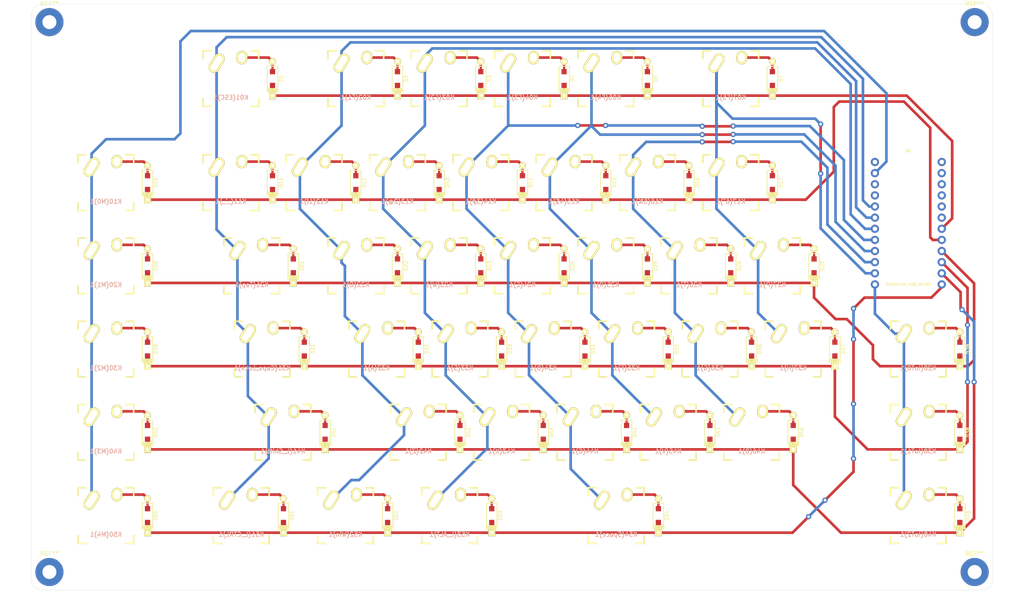
<source format=kicad_pcb>
(kicad_pcb (version 20171130) (host pcbnew "(5.1.10)-1")
  (layers (0 F.Cu signal) (31 B.Cu signal) (34 B.Paste user) (35 F.Paste user) (36 B.SilkS user) (37 F.SilkS user) (38 B.Mask user) (39 F.Mask user) (44 Edge.Cuts user))
  (net 0 "")
  (net 1 "Net-(B0-Pad1)")
  (net 2 /col0)
  (net 3 "Net-(B0-Pad3)")
  (net 4 "Net-(B0-Pad4)")
  (net 5 /col1)
  (net 6 /col2)
  (net 7 /col3)
  (net 8 /col4)
  (net 9 /col5)
  (net 10 /col6)
  (net 11 /col7)
  (net 12 /col8)
  (net 13 /row5)
  (net 14 /row4)
  (net 15 /row3)
  (net 16 /row2)
  (net 17 /row1)
  (net 18 /row0)
  (net 19 "Net-(B0-Pad19)")
  (net 20 "Net-(B0-Pad20)")
  (net 21 "Net-(B0-Pad21)")
  (net 22 "Net-(B0-Pad22)")
  (net 23 "Net-(B0-Pad23)")
  (net 24 "Net-(B0-Pad24)")
  (net 25 "Net-(D1-Pad2)")
  (net 26 "Net-(D2-Pad2)")
  (net 27 "Net-(D3-Pad2)")
  (net 28 "Net-(D4-Pad2)")
  (net 29 "Net-(D5-Pad2)")
  (net 30 "Net-(D7-Pad2)")
  (net 31 "Net-(D10-Pad2)")
  (net 32 "Net-(D11-Pad2)")
  (net 33 "Net-(D12-Pad2)")
  (net 34 "Net-(D13-Pad2)")
  (net 35 "Net-(D14-Pad2)")
  (net 36 "Net-(D15-Pad2)")
  (net 37 "Net-(D16-Pad2)")
  (net 38 "Net-(D17-Pad2)")
  (net 39 "Net-(D20-Pad2)")
  (net 40 "Net-(D21-Pad2)")
  (net 41 "Net-(D22-Pad2)")
  (net 42 "Net-(D23-Pad2)")
  (net 43 "Net-(D24-Pad2)")
  (net 44 "Net-(D25-Pad2)")
  (net 45 "Net-(D26-Pad2)")
  (net 46 "Net-(D27-Pad2)")
  (net 47 "Net-(D28-Pad2)")
  (net 48 "Net-(D30-Pad2)")
  (net 49 "Net-(D31-Pad2)")
  (net 50 "Net-(D32-Pad2)")
  (net 51 "Net-(D33-Pad2)")
  (net 52 "Net-(D34-Pad2)")
  (net 53 "Net-(D35-Pad2)")
  (net 54 "Net-(D36-Pad2)")
  (net 55 "Net-(D37-Pad2)")
  (net 56 "Net-(D38-Pad2)")
  (net 57 "Net-(D40-Pad2)")
  (net 58 "Net-(D41-Pad2)")
  (net 59 "Net-(D42-Pad2)")
  (net 60 "Net-(D43-Pad2)")
  (net 61 "Net-(D44-Pad2)")
  (net 62 "Net-(D45-Pad2)")
  (net 63 "Net-(D46-Pad2)")
  (net 64 "Net-(D48-Pad2)")
  (net 65 "Net-(D50-Pad2)")
  (net 66 "Net-(D51-Pad2)")
  (net 67 "Net-(D52-Pad2)")
  (net 68 "Net-(D53-Pad2)")
  (net 69 "Net-(D54-Pad2)")
  (module MountingHole:MountingHole_3.2mm_M3_Pad (layer F.Cu) (at 215.13 -4.12)
    (fp_text reference REF** (at 0 -4.2) (layer F.SilkS))
    (fp_text value MountingHole_3.2mm_M3_Pad)
    (pad 1 thru_hole circle (at 0 0) (size 6.4 6.4) (drill 3.2) (layers *.Cu *.Mask))
  )
  (module MountingHole:MountingHole_3.2mm_M3_Pad (layer F.Cu) (at 215.13 -129.63)
    (fp_text reference REF** (at 0 -4.2) (layer F.SilkS))
    (fp_text value MountingHole_3.2mm_M3_Pad)
    (pad 1 thru_hole circle (at 0 0) (size 6.4 6.4) (drill 3.2) (layers *.Cu *.Mask))
  )
  (module MountingHole:MountingHole_3.2mm_M3_Pad (layer F.Cu) (at 4.12 -4.12)
    (fp_text reference REF** (at 0 -4.2) (layer F.SilkS))
    (fp_text value MountingHole_3.2mm_M3_Pad)
    (pad 1 thru_hole circle (at 0 0) (size 6.4 6.4) (drill 3.2) (layers *.Cu *.Mask))
  )
  (module MountingHole:MountingHole_3.2mm_M3_Pad (layer F.Cu) (at 4.12 -129.63)
    (fp_text reference REF** (at 0 -4.2) (layer F.SilkS))
    (fp_text value MountingHole_3.2mm_M3_Pad)
    (pad 1 thru_hole circle (at 0 0) (size 6.4 6.4) (drill 3.2) (layers *.Cu *.Mask))
  )
  (module keebs:Mx_Alps_100 (layer F.Cu) (at 202.25 -55)
    (fp_text reference "K28(IoT0)1" (at 0 4.318) (layer B.SilkS) (effects (font (thickness 0.2)) (justify mirror)))
    (fp_text value KEYSW hide)
    (pad 2 thru_hole oval (at 2.52 -4.79 356.1) (size 2.5 3.08) (drill oval 1.5 2.08) (layers *.Cu *.Mask F.SilkS) (net 47 "Net-(D28-Pad2)"))
    (pad 1 thru_hole oval (at -3.255 -3.52 327.5) (size 2.5 4.75) (drill oval 1.5 3.75) (layers *.Cu *.Mask F.SilkS) (net 12 /col8))
    (pad "" np_thru_hole circle (at 5.08 0) (size 1.7018 1.7018) (drill 1.7018) (layers *.Cu *.Mask))
    (pad "" np_thru_hole circle (at -5.08 0) (size 1.7018 1.7018) (drill 1.7018) (layers *.Cu *.Mask))
    (pad "" np_thru_hole circle (at 0 0) (size 3.9878 3.9878) (drill 3.9878) (layers *.Cu *.Mask))
  )
  (module Boards:SPARKFUN_PRO_MICRO (layer F.Cu) (at 200 -85)
    (fp_text reference B0 (at 0 -15.24) (layer F.SilkS) (effects (font (size 0.6096 0.6096) (thickness 0.127))))
    (fp_text value SPARKFUN_PRO_MICRO (at 0 15.24) (layer F.SilkS) (effects (font (size 0.6096 0.6096) (thickness 0.127))))
    (pad 1 thru_hole circle (at -7.62 -12.7) (size 1.8796 1.8796) (drill 1.016) (layers *.Cu *.Mask) (net 1 "Net-(B0-Pad1)"))
    (pad 2 thru_hole circle (at -7.62 -10.16) (size 1.8796 1.8796) (drill 1.016) (layers *.Cu *.Mask) (net 2 /col0))
    (pad 3 thru_hole circle (at -7.62 -7.62) (size 1.8796 1.8796) (drill 1.016) (layers *.Cu *.Mask) (net 3 "Net-(B0-Pad3)"))
    (pad 4 thru_hole circle (at -7.62 -5.08) (size 1.8796 1.8796) (drill 1.016) (layers *.Cu *.Mask) (net 4 "Net-(B0-Pad4)"))
    (pad 5 thru_hole circle (at -7.62 -2.54) (size 1.8796 1.8796) (drill 1.016) (layers *.Cu *.Mask) (net 5 /col1))
    (pad 6 thru_hole circle (at -7.62 0) (size 1.8796 1.8796) (drill 1.016) (layers *.Cu *.Mask) (net 6 /col2))
    (pad 7 thru_hole circle (at -7.62 2.54) (size 1.8796 1.8796) (drill 1.016) (layers *.Cu *.Mask) (net 7 /col3))
    (pad 8 thru_hole circle (at -7.62 5.08) (size 1.8796 1.8796) (drill 1.016) (layers *.Cu *.Mask) (net 8 /col4))
    (pad 9 thru_hole circle (at -7.62 7.62) (size 1.8796 1.8796) (drill 1.016) (layers *.Cu *.Mask) (net 9 /col5))
    (pad 10 thru_hole circle (at -7.62 10.16) (size 1.8796 1.8796) (drill 1.016) (layers *.Cu *.Mask) (net 10 /col6))
    (pad 11 thru_hole circle (at -7.62 12.7) (size 1.8796 1.8796) (drill 1.016) (layers *.Cu *.Mask) (net 11 /col7))
    (pad 12 thru_hole circle (at -7.62 15.24) (size 1.8796 1.8796) (drill 1.016) (layers *.Cu *.Mask) (net 12 /col8))
    (pad 13 thru_hole circle (at 7.62 15.24) (size 1.8796 1.8796) (drill 1.016) (layers *.Cu *.Mask) (net 13 /row5))
    (pad 14 thru_hole circle (at 7.62 12.7) (size 1.8796 1.8796) (drill 1.016) (layers *.Cu *.Mask) (net 14 /row4))
    (pad 15 thru_hole circle (at 7.62 10.16) (size 1.8796 1.8796) (drill 1.016) (layers *.Cu *.Mask) (net 15 /row3))
    (pad 16 thru_hole circle (at 7.62 7.62) (size 1.8796 1.8796) (drill 1.016) (layers *.Cu *.Mask) (net 16 /row2))
    (pad 17 thru_hole circle (at 7.62 5.08) (size 1.8796 1.8796) (drill 1.016) (layers *.Cu *.Mask) (net 17 /row1))
    (pad 18 thru_hole circle (at 7.62 2.54) (size 1.8796 1.8796) (drill 1.016) (layers *.Cu *.Mask) (net 18 /row0))
    (pad 19 thru_hole circle (at 7.62 0) (size 1.8796 1.8796) (drill 1.016) (layers *.Cu *.Mask) (net 19 "Net-(B0-Pad19)"))
    (pad 20 thru_hole circle (at 7.62 -2.54) (size 1.8796 1.8796) (drill 1.016) (layers *.Cu *.Mask) (net 20 "Net-(B0-Pad20)"))
    (pad 21 thru_hole circle (at 7.62 -5.08) (size 1.8796 1.8796) (drill 1.016) (layers *.Cu *.Mask) (net 21 "Net-(B0-Pad21)"))
    (pad 22 thru_hole circle (at 7.62 -7.62) (size 1.8796 1.8796) (drill 1.016) (layers *.Cu *.Mask) (net 22 "Net-(B0-Pad22)"))
    (pad 23 thru_hole circle (at 7.62 -10.16) (size 1.8796 1.8796) (drill 1.016) (layers *.Cu *.Mask) (net 23 "Net-(B0-Pad23)"))
    (pad 24 thru_hole circle (at 7.62 -12.7) (size 1.8796 1.8796) (drill 1.016) (layers *.Cu *.Mask) (net 24 "Net-(B0-Pad24)"))
  )
  (module keyboard_parts:D_SOD123_axial (layer F.Cu) (at 55 -116.75 90)
    (fp_text reference D1 (at 0 1.925 90) (layer F.SilkS) (effects (font (size 0.8 0.8))))
    (fp_text value D hide)
    (pad 2 smd rect (at 1.575 0 90) (size 1.2 1.2) (layers F.Cu F.Paste F.Mask) (net 25 "Net-(D1-Pad2)"))
    (pad 1 smd rect (at -1.575 0 90) (size 1.2 1.2) (layers F.Cu F.Paste F.Mask) (net 18 /row0))
    (pad 1 thru_hole rect (at -3.9 0 90) (size 1.6 1.6) (drill 0.7) (layers *.Cu *.Mask F.SilkS) (net 18 /row0))
    (pad 2 thru_hole circle (at 3.9 0 90) (size 1.6 1.6) (drill 0.7) (layers *.Cu *.Mask F.SilkS) (net 25 "Net-(D1-Pad2)"))
    (pad 1 smd rect (at -2.7 0 90) (size 2.5 0.5) (layers F.Cu) (net 18 /row0))
    (pad 2 smd rect (at 2.7 0 90) (size 2.5 0.5) (layers F.Cu) (net 25 "Net-(D1-Pad2)"))
  )
  (module keyboard_parts:D_SOD123_axial (layer F.Cu) (at 83.5 -116.75 90)
    (fp_text reference D2 (at 0 1.925 90) (layer F.SilkS) (effects (font (size 0.8 0.8))))
    (fp_text value D hide)
    (pad 2 smd rect (at 2.7 0 90) (size 2.5 0.5) (layers F.Cu) (net 26 "Net-(D2-Pad2)"))
    (pad 1 smd rect (at -2.7 0 90) (size 2.5 0.5) (layers F.Cu) (net 18 /row0))
    (pad 2 thru_hole circle (at 3.9 0 90) (size 1.6 1.6) (drill 0.7) (layers *.Cu *.Mask F.SilkS) (net 26 "Net-(D2-Pad2)"))
    (pad 1 thru_hole rect (at -3.9 0 90) (size 1.6 1.6) (drill 0.7) (layers *.Cu *.Mask F.SilkS) (net 18 /row0))
    (pad 1 smd rect (at -1.575 0 90) (size 1.2 1.2) (layers F.Cu F.Paste F.Mask) (net 18 /row0))
    (pad 2 smd rect (at 1.575 0 90) (size 1.2 1.2) (layers F.Cu F.Paste F.Mask) (net 26 "Net-(D2-Pad2)"))
  )
  (module keyboard_parts:D_SOD123_axial (layer F.Cu) (at 102.5 -116.75 90)
    (fp_text reference D3 (at 0 1.925 90) (layer F.SilkS) (effects (font (size 0.8 0.8))))
    (fp_text value D hide)
    (pad 2 smd rect (at 1.575 0 90) (size 1.2 1.2) (layers F.Cu F.Paste F.Mask) (net 27 "Net-(D3-Pad2)"))
    (pad 1 smd rect (at -1.575 0 90) (size 1.2 1.2) (layers F.Cu F.Paste F.Mask) (net 18 /row0))
    (pad 1 thru_hole rect (at -3.9 0 90) (size 1.6 1.6) (drill 0.7) (layers *.Cu *.Mask F.SilkS) (net 18 /row0))
    (pad 2 thru_hole circle (at 3.9 0 90) (size 1.6 1.6) (drill 0.7) (layers *.Cu *.Mask F.SilkS) (net 27 "Net-(D3-Pad2)"))
    (pad 1 smd rect (at -2.7 0 90) (size 2.5 0.5) (layers F.Cu) (net 18 /row0))
    (pad 2 smd rect (at 2.7 0 90) (size 2.5 0.5) (layers F.Cu) (net 27 "Net-(D3-Pad2)"))
  )
  (module keyboard_parts:D_SOD123_axial (layer F.Cu) (at 121.5 -116.75 90)
    (fp_text reference D4 (at 0 1.925 90) (layer F.SilkS) (effects (font (size 0.8 0.8))))
    (fp_text value D hide)
    (pad 2 smd rect (at 2.7 0 90) (size 2.5 0.5) (layers F.Cu) (net 28 "Net-(D4-Pad2)"))
    (pad 1 smd rect (at -2.7 0 90) (size 2.5 0.5) (layers F.Cu) (net 18 /row0))
    (pad 2 thru_hole circle (at 3.9 0 90) (size 1.6 1.6) (drill 0.7) (layers *.Cu *.Mask F.SilkS) (net 28 "Net-(D4-Pad2)"))
    (pad 1 thru_hole rect (at -3.9 0 90) (size 1.6 1.6) (drill 0.7) (layers *.Cu *.Mask F.SilkS) (net 18 /row0))
    (pad 1 smd rect (at -1.575 0 90) (size 1.2 1.2) (layers F.Cu F.Paste F.Mask) (net 18 /row0))
    (pad 2 smd rect (at 1.575 0 90) (size 1.2 1.2) (layers F.Cu F.Paste F.Mask) (net 28 "Net-(D4-Pad2)"))
  )
  (module keyboard_parts:D_SOD123_axial (layer F.Cu) (at 140.5 -116.75 90)
    (fp_text reference D5 (at 0 1.925 90) (layer F.SilkS) (effects (font (size 0.8 0.8))))
    (fp_text value D hide)
    (pad 2 smd rect (at 1.575 0 90) (size 1.2 1.2) (layers F.Cu F.Paste F.Mask) (net 29 "Net-(D5-Pad2)"))
    (pad 1 smd rect (at -1.575 0 90) (size 1.2 1.2) (layers F.Cu F.Paste F.Mask) (net 18 /row0))
    (pad 1 thru_hole rect (at -3.9 0 90) (size 1.6 1.6) (drill 0.7) (layers *.Cu *.Mask F.SilkS) (net 18 /row0))
    (pad 2 thru_hole circle (at 3.9 0 90) (size 1.6 1.6) (drill 0.7) (layers *.Cu *.Mask F.SilkS) (net 29 "Net-(D5-Pad2)"))
    (pad 1 smd rect (at -2.7 0 90) (size 2.5 0.5) (layers F.Cu) (net 18 /row0))
    (pad 2 smd rect (at 2.7 0 90) (size 2.5 0.5) (layers F.Cu) (net 29 "Net-(D5-Pad2)"))
  )
  (module keyboard_parts:D_SOD123_axial (layer F.Cu) (at 169 -116.75 90)
    (fp_text reference D7 (at 0 1.925 90) (layer F.SilkS) (effects (font (size 0.8 0.8))))
    (fp_text value D hide)
    (pad 2 smd rect (at 1.575 0 90) (size 1.2 1.2) (layers F.Cu F.Paste F.Mask) (net 30 "Net-(D7-Pad2)"))
    (pad 1 smd rect (at -1.575 0 90) (size 1.2 1.2) (layers F.Cu F.Paste F.Mask) (net 18 /row0))
    (pad 1 thru_hole rect (at -3.9 0 90) (size 1.6 1.6) (drill 0.7) (layers *.Cu *.Mask F.SilkS) (net 18 /row0))
    (pad 2 thru_hole circle (at 3.9 0 90) (size 1.6 1.6) (drill 0.7) (layers *.Cu *.Mask F.SilkS) (net 30 "Net-(D7-Pad2)"))
    (pad 1 smd rect (at -2.7 0 90) (size 2.5 0.5) (layers F.Cu) (net 18 /row0))
    (pad 2 smd rect (at 2.7 0 90) (size 2.5 0.5) (layers F.Cu) (net 30 "Net-(D7-Pad2)"))
  )
  (module keyboard_parts:D_SOD123_axial (layer F.Cu) (at 26.5 -93 90)
    (fp_text reference D10 (at 0 1.925 90) (layer F.SilkS) (effects (font (size 0.8 0.8))))
    (fp_text value D hide)
    (pad 2 smd rect (at 2.7 0 90) (size 2.5 0.5) (layers F.Cu) (net 31 "Net-(D10-Pad2)"))
    (pad 1 smd rect (at -2.7 0 90) (size 2.5 0.5) (layers F.Cu) (net 17 /row1))
    (pad 2 thru_hole circle (at 3.9 0 90) (size 1.6 1.6) (drill 0.7) (layers *.Cu *.Mask F.SilkS) (net 31 "Net-(D10-Pad2)"))
    (pad 1 thru_hole rect (at -3.9 0 90) (size 1.6 1.6) (drill 0.7) (layers *.Cu *.Mask F.SilkS) (net 17 /row1))
    (pad 1 smd rect (at -1.575 0 90) (size 1.2 1.2) (layers F.Cu F.Paste F.Mask) (net 17 /row1))
    (pad 2 smd rect (at 1.575 0 90) (size 1.2 1.2) (layers F.Cu F.Paste F.Mask) (net 31 "Net-(D10-Pad2)"))
  )
  (module keyboard_parts:D_SOD123_axial (layer F.Cu) (at 55 -93 90)
    (fp_text reference D11 (at 0 1.925 90) (layer F.SilkS) (effects (font (size 0.8 0.8))))
    (fp_text value D hide)
    (pad 2 smd rect (at 1.575 0 90) (size 1.2 1.2) (layers F.Cu F.Paste F.Mask) (net 32 "Net-(D11-Pad2)"))
    (pad 1 smd rect (at -1.575 0 90) (size 1.2 1.2) (layers F.Cu F.Paste F.Mask) (net 17 /row1))
    (pad 1 thru_hole rect (at -3.9 0 90) (size 1.6 1.6) (drill 0.7) (layers *.Cu *.Mask F.SilkS) (net 17 /row1))
    (pad 2 thru_hole circle (at 3.9 0 90) (size 1.6 1.6) (drill 0.7) (layers *.Cu *.Mask F.SilkS) (net 32 "Net-(D11-Pad2)"))
    (pad 1 smd rect (at -2.7 0 90) (size 2.5 0.5) (layers F.Cu) (net 17 /row1))
    (pad 2 smd rect (at 2.7 0 90) (size 2.5 0.5) (layers F.Cu) (net 32 "Net-(D11-Pad2)"))
  )
  (module keyboard_parts:D_SOD123_axial (layer F.Cu) (at 74 -93 90)
    (fp_text reference D12 (at 0 1.925 90) (layer F.SilkS) (effects (font (size 0.8 0.8))))
    (fp_text value D hide)
    (pad 2 smd rect (at 2.7 0 90) (size 2.5 0.5) (layers F.Cu) (net 33 "Net-(D12-Pad2)"))
    (pad 1 smd rect (at -2.7 0 90) (size 2.5 0.5) (layers F.Cu) (net 17 /row1))
    (pad 2 thru_hole circle (at 3.9 0 90) (size 1.6 1.6) (drill 0.7) (layers *.Cu *.Mask F.SilkS) (net 33 "Net-(D12-Pad2)"))
    (pad 1 thru_hole rect (at -3.9 0 90) (size 1.6 1.6) (drill 0.7) (layers *.Cu *.Mask F.SilkS) (net 17 /row1))
    (pad 1 smd rect (at -1.575 0 90) (size 1.2 1.2) (layers F.Cu F.Paste F.Mask) (net 17 /row1))
    (pad 2 smd rect (at 1.575 0 90) (size 1.2 1.2) (layers F.Cu F.Paste F.Mask) (net 33 "Net-(D12-Pad2)"))
  )
  (module keyboard_parts:D_SOD123_axial (layer F.Cu) (at 93 -93 90)
    (fp_text reference D13 (at 0 1.925 90) (layer F.SilkS) (effects (font (size 0.8 0.8))))
    (fp_text value D hide)
    (pad 2 smd rect (at 2.7 0 90) (size 2.5 0.5) (layers F.Cu) (net 34 "Net-(D13-Pad2)"))
    (pad 1 smd rect (at -2.7 0 90) (size 2.5 0.5) (layers F.Cu) (net 17 /row1))
    (pad 2 thru_hole circle (at 3.9 0 90) (size 1.6 1.6) (drill 0.7) (layers *.Cu *.Mask F.SilkS) (net 34 "Net-(D13-Pad2)"))
    (pad 1 thru_hole rect (at -3.9 0 90) (size 1.6 1.6) (drill 0.7) (layers *.Cu *.Mask F.SilkS) (net 17 /row1))
    (pad 1 smd rect (at -1.575 0 90) (size 1.2 1.2) (layers F.Cu F.Paste F.Mask) (net 17 /row1))
    (pad 2 smd rect (at 1.575 0 90) (size 1.2 1.2) (layers F.Cu F.Paste F.Mask) (net 34 "Net-(D13-Pad2)"))
  )
  (module keyboard_parts:D_SOD123_axial (layer F.Cu) (at 112 -93 90)
    (fp_text reference D14 (at 0 1.925 90) (layer F.SilkS) (effects (font (size 0.8 0.8))))
    (fp_text value D hide)
    (pad 2 smd rect (at 1.575 0 90) (size 1.2 1.2) (layers F.Cu F.Paste F.Mask) (net 35 "Net-(D14-Pad2)"))
    (pad 1 smd rect (at -1.575 0 90) (size 1.2 1.2) (layers F.Cu F.Paste F.Mask) (net 17 /row1))
    (pad 1 thru_hole rect (at -3.9 0 90) (size 1.6 1.6) (drill 0.7) (layers *.Cu *.Mask F.SilkS) (net 17 /row1))
    (pad 2 thru_hole circle (at 3.9 0 90) (size 1.6 1.6) (drill 0.7) (layers *.Cu *.Mask F.SilkS) (net 35 "Net-(D14-Pad2)"))
    (pad 1 smd rect (at -2.7 0 90) (size 2.5 0.5) (layers F.Cu) (net 17 /row1))
    (pad 2 smd rect (at 2.7 0 90) (size 2.5 0.5) (layers F.Cu) (net 35 "Net-(D14-Pad2)"))
  )
  (module keyboard_parts:D_SOD123_axial (layer F.Cu) (at 131 -93 90)
    (fp_text reference D15 (at 0 1.925 90) (layer F.SilkS) (effects (font (size 0.8 0.8))))
    (fp_text value D hide)
    (pad 2 smd rect (at 2.7 0 90) (size 2.5 0.5) (layers F.Cu) (net 36 "Net-(D15-Pad2)"))
    (pad 1 smd rect (at -2.7 0 90) (size 2.5 0.5) (layers F.Cu) (net 17 /row1))
    (pad 2 thru_hole circle (at 3.9 0 90) (size 1.6 1.6) (drill 0.7) (layers *.Cu *.Mask F.SilkS) (net 36 "Net-(D15-Pad2)"))
    (pad 1 thru_hole rect (at -3.9 0 90) (size 1.6 1.6) (drill 0.7) (layers *.Cu *.Mask F.SilkS) (net 17 /row1))
    (pad 1 smd rect (at -1.575 0 90) (size 1.2 1.2) (layers F.Cu F.Paste F.Mask) (net 17 /row1))
    (pad 2 smd rect (at 1.575 0 90) (size 1.2 1.2) (layers F.Cu F.Paste F.Mask) (net 36 "Net-(D15-Pad2)"))
  )
  (module keyboard_parts:D_SOD123_axial (layer F.Cu) (at 150 -93 90)
    (fp_text reference D16 (at 0 1.925 90) (layer F.SilkS) (effects (font (size 0.8 0.8))))
    (fp_text value D hide)
    (pad 2 smd rect (at 1.575 0 90) (size 1.2 1.2) (layers F.Cu F.Paste F.Mask) (net 37 "Net-(D16-Pad2)"))
    (pad 1 smd rect (at -1.575 0 90) (size 1.2 1.2) (layers F.Cu F.Paste F.Mask) (net 17 /row1))
    (pad 1 thru_hole rect (at -3.9 0 90) (size 1.6 1.6) (drill 0.7) (layers *.Cu *.Mask F.SilkS) (net 17 /row1))
    (pad 2 thru_hole circle (at 3.9 0 90) (size 1.6 1.6) (drill 0.7) (layers *.Cu *.Mask F.SilkS) (net 37 "Net-(D16-Pad2)"))
    (pad 1 smd rect (at -2.7 0 90) (size 2.5 0.5) (layers F.Cu) (net 17 /row1))
    (pad 2 smd rect (at 2.7 0 90) (size 2.5 0.5) (layers F.Cu) (net 37 "Net-(D16-Pad2)"))
  )
  (module keyboard_parts:D_SOD123_axial (layer F.Cu) (at 169 -93 90)
    (fp_text reference D17 (at 0 1.925 90) (layer F.SilkS) (effects (font (size 0.8 0.8))))
    (fp_text value D hide)
    (pad 2 smd rect (at 2.7 0 90) (size 2.5 0.5) (layers F.Cu) (net 38 "Net-(D17-Pad2)"))
    (pad 1 smd rect (at -2.7 0 90) (size 2.5 0.5) (layers F.Cu) (net 17 /row1))
    (pad 2 thru_hole circle (at 3.9 0 90) (size 1.6 1.6) (drill 0.7) (layers *.Cu *.Mask F.SilkS) (net 38 "Net-(D17-Pad2)"))
    (pad 1 thru_hole rect (at -3.9 0 90) (size 1.6 1.6) (drill 0.7) (layers *.Cu *.Mask F.SilkS) (net 17 /row1))
    (pad 1 smd rect (at -1.575 0 90) (size 1.2 1.2) (layers F.Cu F.Paste F.Mask) (net 17 /row1))
    (pad 2 smd rect (at 1.575 0 90) (size 1.2 1.2) (layers F.Cu F.Paste F.Mask) (net 38 "Net-(D17-Pad2)"))
  )
  (module keyboard_parts:D_SOD123_axial (layer F.Cu) (at 26.5 -74 90)
    (fp_text reference D20 (at 0 1.925 90) (layer F.SilkS) (effects (font (size 0.8 0.8))))
    (fp_text value D hide)
    (pad 2 smd rect (at 1.575 0 90) (size 1.2 1.2) (layers F.Cu F.Paste F.Mask) (net 39 "Net-(D20-Pad2)"))
    (pad 1 smd rect (at -1.575 0 90) (size 1.2 1.2) (layers F.Cu F.Paste F.Mask) (net 16 /row2))
    (pad 1 thru_hole rect (at -3.9 0 90) (size 1.6 1.6) (drill 0.7) (layers *.Cu *.Mask F.SilkS) (net 16 /row2))
    (pad 2 thru_hole circle (at 3.9 0 90) (size 1.6 1.6) (drill 0.7) (layers *.Cu *.Mask F.SilkS) (net 39 "Net-(D20-Pad2)"))
    (pad 1 smd rect (at -2.7 0 90) (size 2.5 0.5) (layers F.Cu) (net 16 /row2))
    (pad 2 smd rect (at 2.7 0 90) (size 2.5 0.5) (layers F.Cu) (net 39 "Net-(D20-Pad2)"))
  )
  (module keyboard_parts:D_SOD123_axial (layer F.Cu) (at 59.75 -74 90)
    (fp_text reference D21 (at 0 1.925 90) (layer F.SilkS) (effects (font (size 0.8 0.8))))
    (fp_text value D hide)
    (pad 2 smd rect (at 2.7 0 90) (size 2.5 0.5) (layers F.Cu) (net 40 "Net-(D21-Pad2)"))
    (pad 1 smd rect (at -2.7 0 90) (size 2.5 0.5) (layers F.Cu) (net 16 /row2))
    (pad 2 thru_hole circle (at 3.9 0 90) (size 1.6 1.6) (drill 0.7) (layers *.Cu *.Mask F.SilkS) (net 40 "Net-(D21-Pad2)"))
    (pad 1 thru_hole rect (at -3.9 0 90) (size 1.6 1.6) (drill 0.7) (layers *.Cu *.Mask F.SilkS) (net 16 /row2))
    (pad 1 smd rect (at -1.575 0 90) (size 1.2 1.2) (layers F.Cu F.Paste F.Mask) (net 16 /row2))
    (pad 2 smd rect (at 1.575 0 90) (size 1.2 1.2) (layers F.Cu F.Paste F.Mask) (net 40 "Net-(D21-Pad2)"))
  )
  (module keyboard_parts:D_SOD123_axial (layer F.Cu) (at 83.5 -74 90)
    (fp_text reference D22 (at 0 1.925 90) (layer F.SilkS) (effects (font (size 0.8 0.8))))
    (fp_text value D hide)
    (pad 2 smd rect (at 1.575 0 90) (size 1.2 1.2) (layers F.Cu F.Paste F.Mask) (net 41 "Net-(D22-Pad2)"))
    (pad 1 smd rect (at -1.575 0 90) (size 1.2 1.2) (layers F.Cu F.Paste F.Mask) (net 16 /row2))
    (pad 1 thru_hole rect (at -3.9 0 90) (size 1.6 1.6) (drill 0.7) (layers *.Cu *.Mask F.SilkS) (net 16 /row2))
    (pad 2 thru_hole circle (at 3.9 0 90) (size 1.6 1.6) (drill 0.7) (layers *.Cu *.Mask F.SilkS) (net 41 "Net-(D22-Pad2)"))
    (pad 1 smd rect (at -2.7 0 90) (size 2.5 0.5) (layers F.Cu) (net 16 /row2))
    (pad 2 smd rect (at 2.7 0 90) (size 2.5 0.5) (layers F.Cu) (net 41 "Net-(D22-Pad2)"))
  )
  (module keyboard_parts:D_SOD123_axial (layer F.Cu) (at 102.5 -74 90)
    (fp_text reference D23 (at 0 1.925 90) (layer F.SilkS) (effects (font (size 0.8 0.8))))
    (fp_text value D hide)
    (pad 2 smd rect (at 2.7 0 90) (size 2.5 0.5) (layers F.Cu) (net 42 "Net-(D23-Pad2)"))
    (pad 1 smd rect (at -2.7 0 90) (size 2.5 0.5) (layers F.Cu) (net 16 /row2))
    (pad 2 thru_hole circle (at 3.9 0 90) (size 1.6 1.6) (drill 0.7) (layers *.Cu *.Mask F.SilkS) (net 42 "Net-(D23-Pad2)"))
    (pad 1 thru_hole rect (at -3.9 0 90) (size 1.6 1.6) (drill 0.7) (layers *.Cu *.Mask F.SilkS) (net 16 /row2))
    (pad 1 smd rect (at -1.575 0 90) (size 1.2 1.2) (layers F.Cu F.Paste F.Mask) (net 16 /row2))
    (pad 2 smd rect (at 1.575 0 90) (size 1.2 1.2) (layers F.Cu F.Paste F.Mask) (net 42 "Net-(D23-Pad2)"))
  )
  (module keyboard_parts:D_SOD123_axial (layer F.Cu) (at 121.5 -74 90)
    (fp_text reference D24 (at 0 1.925 90) (layer F.SilkS) (effects (font (size 0.8 0.8))))
    (fp_text value D hide)
    (pad 2 smd rect (at 1.575 0 90) (size 1.2 1.2) (layers F.Cu F.Paste F.Mask) (net 43 "Net-(D24-Pad2)"))
    (pad 1 smd rect (at -1.575 0 90) (size 1.2 1.2) (layers F.Cu F.Paste F.Mask) (net 16 /row2))
    (pad 1 thru_hole rect (at -3.9 0 90) (size 1.6 1.6) (drill 0.7) (layers *.Cu *.Mask F.SilkS) (net 16 /row2))
    (pad 2 thru_hole circle (at 3.9 0 90) (size 1.6 1.6) (drill 0.7) (layers *.Cu *.Mask F.SilkS) (net 43 "Net-(D24-Pad2)"))
    (pad 1 smd rect (at -2.7 0 90) (size 2.5 0.5) (layers F.Cu) (net 16 /row2))
    (pad 2 smd rect (at 2.7 0 90) (size 2.5 0.5) (layers F.Cu) (net 43 "Net-(D24-Pad2)"))
  )
  (module keyboard_parts:D_SOD123_axial (layer F.Cu) (at 140.5 -74 90)
    (fp_text reference D25 (at 0 1.925 90) (layer F.SilkS) (effects (font (size 0.8 0.8))))
    (fp_text value D hide)
    (pad 2 smd rect (at 2.7 0 90) (size 2.5 0.5) (layers F.Cu) (net 44 "Net-(D25-Pad2)"))
    (pad 1 smd rect (at -2.7 0 90) (size 2.5 0.5) (layers F.Cu) (net 16 /row2))
    (pad 2 thru_hole circle (at 3.9 0 90) (size 1.6 1.6) (drill 0.7) (layers *.Cu *.Mask F.SilkS) (net 44 "Net-(D25-Pad2)"))
    (pad 1 thru_hole rect (at -3.9 0 90) (size 1.6 1.6) (drill 0.7) (layers *.Cu *.Mask F.SilkS) (net 16 /row2))
    (pad 1 smd rect (at -1.575 0 90) (size 1.2 1.2) (layers F.Cu F.Paste F.Mask) (net 16 /row2))
    (pad 2 smd rect (at 1.575 0 90) (size 1.2 1.2) (layers F.Cu F.Paste F.Mask) (net 44 "Net-(D25-Pad2)"))
  )
  (module keyboard_parts:D_SOD123_axial (layer F.Cu) (at 159.5 -74 90)
    (fp_text reference D26 (at 0 1.925 90) (layer F.SilkS) (effects (font (size 0.8 0.8))))
    (fp_text value D hide)
    (pad 2 smd rect (at 1.575 0 90) (size 1.2 1.2) (layers F.Cu F.Paste F.Mask) (net 45 "Net-(D26-Pad2)"))
    (pad 1 smd rect (at -1.575 0 90) (size 1.2 1.2) (layers F.Cu F.Paste F.Mask) (net 16 /row2))
    (pad 1 thru_hole rect (at -3.9 0 90) (size 1.6 1.6) (drill 0.7) (layers *.Cu *.Mask F.SilkS) (net 16 /row2))
    (pad 2 thru_hole circle (at 3.9 0 90) (size 1.6 1.6) (drill 0.7) (layers *.Cu *.Mask F.SilkS) (net 45 "Net-(D26-Pad2)"))
    (pad 1 smd rect (at -2.7 0 90) (size 2.5 0.5) (layers F.Cu) (net 16 /row2))
    (pad 2 smd rect (at 2.7 0 90) (size 2.5 0.5) (layers F.Cu) (net 45 "Net-(D26-Pad2)"))
  )
  (module keyboard_parts:D_SOD123_axial (layer F.Cu) (at 178.5 -74 90)
    (fp_text reference D27 (at 0 1.925 90) (layer F.SilkS) (effects (font (size 0.8 0.8))))
    (fp_text value D hide)
    (pad 2 smd rect (at 2.7 0 90) (size 2.5 0.5) (layers F.Cu) (net 46 "Net-(D27-Pad2)"))
    (pad 1 smd rect (at -2.7 0 90) (size 2.5 0.5) (layers F.Cu) (net 16 /row2))
    (pad 2 thru_hole circle (at 3.9 0 90) (size 1.6 1.6) (drill 0.7) (layers *.Cu *.Mask F.SilkS) (net 46 "Net-(D27-Pad2)"))
    (pad 1 thru_hole rect (at -3.9 0 90) (size 1.6 1.6) (drill 0.7) (layers *.Cu *.Mask F.SilkS) (net 16 /row2))
    (pad 1 smd rect (at -1.575 0 90) (size 1.2 1.2) (layers F.Cu F.Paste F.Mask) (net 16 /row2))
    (pad 2 smd rect (at 1.575 0 90) (size 1.2 1.2) (layers F.Cu F.Paste F.Mask) (net 46 "Net-(D27-Pad2)"))
  )
  (module keyboard_parts:D_SOD123_axial (layer F.Cu) (at 211.75 -55 90)
    (fp_text reference D28 (at 0 1.925 90) (layer F.SilkS) (effects (font (size 0.8 0.8))))
    (fp_text value D hide)
    (pad 2 smd rect (at 1.575 0 90) (size 1.2 1.2) (layers F.Cu F.Paste F.Mask) (net 47 "Net-(D28-Pad2)"))
    (pad 1 smd rect (at -1.575 0 90) (size 1.2 1.2) (layers F.Cu F.Paste F.Mask) (net 16 /row2))
    (pad 1 thru_hole rect (at -3.9 0 90) (size 1.6 1.6) (drill 0.7) (layers *.Cu *.Mask F.SilkS) (net 16 /row2))
    (pad 2 thru_hole circle (at 3.9 0 90) (size 1.6 1.6) (drill 0.7) (layers *.Cu *.Mask F.SilkS) (net 47 "Net-(D28-Pad2)"))
    (pad 1 smd rect (at -2.7 0 90) (size 2.5 0.5) (layers F.Cu) (net 16 /row2))
    (pad 2 smd rect (at 2.7 0 90) (size 2.5 0.5) (layers F.Cu) (net 47 "Net-(D28-Pad2)"))
  )
  (module keyboard_parts:D_SOD123_axial (layer F.Cu) (at 26.5 -55 90)
    (fp_text reference D30 (at 0 1.925 90) (layer F.SilkS) (effects (font (size 0.8 0.8))))
    (fp_text value D hide)
    (pad 2 smd rect (at 1.575 0 90) (size 1.2 1.2) (layers F.Cu F.Paste F.Mask) (net 48 "Net-(D30-Pad2)"))
    (pad 1 smd rect (at -1.575 0 90) (size 1.2 1.2) (layers F.Cu F.Paste F.Mask) (net 15 /row3))
    (pad 1 thru_hole rect (at -3.9 0 90) (size 1.6 1.6) (drill 0.7) (layers *.Cu *.Mask F.SilkS) (net 15 /row3))
    (pad 2 thru_hole circle (at 3.9 0 90) (size 1.6 1.6) (drill 0.7) (layers *.Cu *.Mask F.SilkS) (net 48 "Net-(D30-Pad2)"))
    (pad 1 smd rect (at -2.7 0 90) (size 2.5 0.5) (layers F.Cu) (net 15 /row3))
    (pad 2 smd rect (at 2.7 0 90) (size 2.5 0.5) (layers F.Cu) (net 48 "Net-(D30-Pad2)"))
  )
  (module keyboard_parts:D_SOD123_axial (layer F.Cu) (at 62.25 -55 90)
    (fp_text reference D31 (at 0 1.925 90) (layer F.SilkS) (effects (font (size 0.8 0.8))))
    (fp_text value D hide)
    (pad 2 smd rect (at 1.575 0 90) (size 1.2 1.2) (layers F.Cu F.Paste F.Mask) (net 49 "Net-(D31-Pad2)"))
    (pad 1 smd rect (at -1.575 0 90) (size 1.2 1.2) (layers F.Cu F.Paste F.Mask) (net 15 /row3))
    (pad 1 thru_hole rect (at -3.9 0 90) (size 1.6 1.6) (drill 0.7) (layers *.Cu *.Mask F.SilkS) (net 15 /row3))
    (pad 2 thru_hole circle (at 3.9 0 90) (size 1.6 1.6) (drill 0.7) (layers *.Cu *.Mask F.SilkS) (net 49 "Net-(D31-Pad2)"))
    (pad 1 smd rect (at -2.7 0 90) (size 2.5 0.5) (layers F.Cu) (net 15 /row3))
    (pad 2 smd rect (at 2.7 0 90) (size 2.5 0.5) (layers F.Cu) (net 49 "Net-(D31-Pad2)"))
  )
  (module keyboard_parts:D_SOD123_axial (layer F.Cu) (at 88.25 -55 90)
    (fp_text reference D32 (at 0 1.925 90) (layer F.SilkS) (effects (font (size 0.8 0.8))))
    (fp_text value D hide)
    (pad 2 smd rect (at 2.7 0 90) (size 2.5 0.5) (layers F.Cu) (net 50 "Net-(D32-Pad2)"))
    (pad 1 smd rect (at -2.7 0 90) (size 2.5 0.5) (layers F.Cu) (net 15 /row3))
    (pad 2 thru_hole circle (at 3.9 0 90) (size 1.6 1.6) (drill 0.7) (layers *.Cu *.Mask F.SilkS) (net 50 "Net-(D32-Pad2)"))
    (pad 1 thru_hole rect (at -3.9 0 90) (size 1.6 1.6) (drill 0.7) (layers *.Cu *.Mask F.SilkS) (net 15 /row3))
    (pad 1 smd rect (at -1.575 0 90) (size 1.2 1.2) (layers F.Cu F.Paste F.Mask) (net 15 /row3))
    (pad 2 smd rect (at 1.575 0 90) (size 1.2 1.2) (layers F.Cu F.Paste F.Mask) (net 50 "Net-(D32-Pad2)"))
  )
  (module keyboard_parts:D_SOD123_axial (layer F.Cu) (at 107.25 -55 90)
    (fp_text reference D33 (at 0 1.925 90) (layer F.SilkS) (effects (font (size 0.8 0.8))))
    (fp_text value D hide)
    (pad 2 smd rect (at 1.575 0 90) (size 1.2 1.2) (layers F.Cu F.Paste F.Mask) (net 51 "Net-(D33-Pad2)"))
    (pad 1 smd rect (at -1.575 0 90) (size 1.2 1.2) (layers F.Cu F.Paste F.Mask) (net 15 /row3))
    (pad 1 thru_hole rect (at -3.9 0 90) (size 1.6 1.6) (drill 0.7) (layers *.Cu *.Mask F.SilkS) (net 15 /row3))
    (pad 2 thru_hole circle (at 3.9 0 90) (size 1.6 1.6) (drill 0.7) (layers *.Cu *.Mask F.SilkS) (net 51 "Net-(D33-Pad2)"))
    (pad 1 smd rect (at -2.7 0 90) (size 2.5 0.5) (layers F.Cu) (net 15 /row3))
    (pad 2 smd rect (at 2.7 0 90) (size 2.5 0.5) (layers F.Cu) (net 51 "Net-(D33-Pad2)"))
  )
  (module keyboard_parts:D_SOD123_axial (layer F.Cu) (at 126.25 -55 90)
    (fp_text reference D34 (at 0 1.925 90) (layer F.SilkS) (effects (font (size 0.8 0.8))))
    (fp_text value D hide)
    (pad 2 smd rect (at 2.7 0 90) (size 2.5 0.5) (layers F.Cu) (net 52 "Net-(D34-Pad2)"))
    (pad 1 smd rect (at -2.7 0 90) (size 2.5 0.5) (layers F.Cu) (net 15 /row3))
    (pad 2 thru_hole circle (at 3.9 0 90) (size 1.6 1.6) (drill 0.7) (layers *.Cu *.Mask F.SilkS) (net 52 "Net-(D34-Pad2)"))
    (pad 1 thru_hole rect (at -3.9 0 90) (size 1.6 1.6) (drill 0.7) (layers *.Cu *.Mask F.SilkS) (net 15 /row3))
    (pad 1 smd rect (at -1.575 0 90) (size 1.2 1.2) (layers F.Cu F.Paste F.Mask) (net 15 /row3))
    (pad 2 smd rect (at 1.575 0 90) (size 1.2 1.2) (layers F.Cu F.Paste F.Mask) (net 52 "Net-(D34-Pad2)"))
  )
  (module keyboard_parts:D_SOD123_axial (layer F.Cu) (at 145.25 -55 90)
    (fp_text reference D35 (at 0 1.925 90) (layer F.SilkS) (effects (font (size 0.8 0.8))))
    (fp_text value D hide)
    (pad 2 smd rect (at 1.575 0 90) (size 1.2 1.2) (layers F.Cu F.Paste F.Mask) (net 53 "Net-(D35-Pad2)"))
    (pad 1 smd rect (at -1.575 0 90) (size 1.2 1.2) (layers F.Cu F.Paste F.Mask) (net 15 /row3))
    (pad 1 thru_hole rect (at -3.9 0 90) (size 1.6 1.6) (drill 0.7) (layers *.Cu *.Mask F.SilkS) (net 15 /row3))
    (pad 2 thru_hole circle (at 3.9 0 90) (size 1.6 1.6) (drill 0.7) (layers *.Cu *.Mask F.SilkS) (net 53 "Net-(D35-Pad2)"))
    (pad 1 smd rect (at -2.7 0 90) (size 2.5 0.5) (layers F.Cu) (net 15 /row3))
    (pad 2 smd rect (at 2.7 0 90) (size 2.5 0.5) (layers F.Cu) (net 53 "Net-(D35-Pad2)"))
  )
  (module keyboard_parts:D_SOD123_axial (layer F.Cu) (at 164.25 -55 90)
    (fp_text reference D36 (at 0 1.925 90) (layer F.SilkS) (effects (font (size 0.8 0.8))))
    (fp_text value D hide)
    (pad 2 smd rect (at 1.575 0 90) (size 1.2 1.2) (layers F.Cu F.Paste F.Mask) (net 54 "Net-(D36-Pad2)"))
    (pad 1 smd rect (at -1.575 0 90) (size 1.2 1.2) (layers F.Cu F.Paste F.Mask) (net 15 /row3))
    (pad 1 thru_hole rect (at -3.9 0 90) (size 1.6 1.6) (drill 0.7) (layers *.Cu *.Mask F.SilkS) (net 15 /row3))
    (pad 2 thru_hole circle (at 3.9 0 90) (size 1.6 1.6) (drill 0.7) (layers *.Cu *.Mask F.SilkS) (net 54 "Net-(D36-Pad2)"))
    (pad 1 smd rect (at -2.7 0 90) (size 2.5 0.5) (layers F.Cu) (net 15 /row3))
    (pad 2 smd rect (at 2.7 0 90) (size 2.5 0.5) (layers F.Cu) (net 54 "Net-(D36-Pad2)"))
  )
  (module keyboard_parts:D_SOD123_axial (layer F.Cu) (at 183.25 -55 90)
    (fp_text reference D37 (at 0 1.925 90) (layer F.SilkS) (effects (font (size 0.8 0.8))))
    (fp_text value D hide)
    (pad 2 smd rect (at 2.7 0 90) (size 2.5 0.5) (layers F.Cu) (net 55 "Net-(D37-Pad2)"))
    (pad 1 smd rect (at -2.7 0 90) (size 2.5 0.5) (layers F.Cu) (net 15 /row3))
    (pad 2 thru_hole circle (at 3.9 0 90) (size 1.6 1.6) (drill 0.7) (layers *.Cu *.Mask F.SilkS) (net 55 "Net-(D37-Pad2)"))
    (pad 1 thru_hole rect (at -3.9 0 90) (size 1.6 1.6) (drill 0.7) (layers *.Cu *.Mask F.SilkS) (net 15 /row3))
    (pad 1 smd rect (at -1.575 0 90) (size 1.2 1.2) (layers F.Cu F.Paste F.Mask) (net 15 /row3))
    (pad 2 smd rect (at 1.575 0 90) (size 1.2 1.2) (layers F.Cu F.Paste F.Mask) (net 55 "Net-(D37-Pad2)"))
  )
  (module keyboard_parts:D_SOD123_axial (layer F.Cu) (at 211.75 -36 90)
    (fp_text reference D38 (at 0 1.925 90) (layer F.SilkS) (effects (font (size 0.8 0.8))))
    (fp_text value D hide)
    (pad 2 smd rect (at 1.575 0 90) (size 1.2 1.2) (layers F.Cu F.Paste F.Mask) (net 56 "Net-(D38-Pad2)"))
    (pad 1 smd rect (at -1.575 0 90) (size 1.2 1.2) (layers F.Cu F.Paste F.Mask) (net 15 /row3))
    (pad 1 thru_hole rect (at -3.9 0 90) (size 1.6 1.6) (drill 0.7) (layers *.Cu *.Mask F.SilkS) (net 15 /row3))
    (pad 2 thru_hole circle (at 3.9 0 90) (size 1.6 1.6) (drill 0.7) (layers *.Cu *.Mask F.SilkS) (net 56 "Net-(D38-Pad2)"))
    (pad 1 smd rect (at -2.7 0 90) (size 2.5 0.5) (layers F.Cu) (net 15 /row3))
    (pad 2 smd rect (at 2.7 0 90) (size 2.5 0.5) (layers F.Cu) (net 56 "Net-(D38-Pad2)"))
  )
  (module keyboard_parts:D_SOD123_axial (layer F.Cu) (at 26.5 -36 90)
    (fp_text reference D40 (at 0 1.925 90) (layer F.SilkS) (effects (font (size 0.8 0.8))))
    (fp_text value D hide)
    (pad 2 smd rect (at 2.7 0 90) (size 2.5 0.5) (layers F.Cu) (net 57 "Net-(D40-Pad2)"))
    (pad 1 smd rect (at -2.7 0 90) (size 2.5 0.5) (layers F.Cu) (net 14 /row4))
    (pad 2 thru_hole circle (at 3.9 0 90) (size 1.6 1.6) (drill 0.7) (layers *.Cu *.Mask F.SilkS) (net 57 "Net-(D40-Pad2)"))
    (pad 1 thru_hole rect (at -3.9 0 90) (size 1.6 1.6) (drill 0.7) (layers *.Cu *.Mask F.SilkS) (net 14 /row4))
    (pad 1 smd rect (at -1.575 0 90) (size 1.2 1.2) (layers F.Cu F.Paste F.Mask) (net 14 /row4))
    (pad 2 smd rect (at 1.575 0 90) (size 1.2 1.2) (layers F.Cu F.Paste F.Mask) (net 57 "Net-(D40-Pad2)"))
  )
  (module keyboard_parts:D_SOD123_axial (layer F.Cu) (at 67 -36 90)
    (fp_text reference D41 (at 0 1.925 90) (layer F.SilkS) (effects (font (size 0.8 0.8))))
    (fp_text value D hide)
    (pad 2 smd rect (at 2.7 0 90) (size 2.5 0.5) (layers F.Cu) (net 58 "Net-(D41-Pad2)"))
    (pad 1 smd rect (at -2.7 0 90) (size 2.5 0.5) (layers F.Cu) (net 14 /row4))
    (pad 2 thru_hole circle (at 3.9 0 90) (size 1.6 1.6) (drill 0.7) (layers *.Cu *.Mask F.SilkS) (net 58 "Net-(D41-Pad2)"))
    (pad 1 thru_hole rect (at -3.9 0 90) (size 1.6 1.6) (drill 0.7) (layers *.Cu *.Mask F.SilkS) (net 14 /row4))
    (pad 1 smd rect (at -1.575 0 90) (size 1.2 1.2) (layers F.Cu F.Paste F.Mask) (net 14 /row4))
    (pad 2 smd rect (at 1.575 0 90) (size 1.2 1.2) (layers F.Cu F.Paste F.Mask) (net 58 "Net-(D41-Pad2)"))
  )
  (module keyboard_parts:D_SOD123_axial (layer F.Cu) (at 97.75 -36 90)
    (fp_text reference D42 (at 0 1.925 90) (layer F.SilkS) (effects (font (size 0.8 0.8))))
    (fp_text value D hide)
    (pad 2 smd rect (at 1.575 0 90) (size 1.2 1.2) (layers F.Cu F.Paste F.Mask) (net 59 "Net-(D42-Pad2)"))
    (pad 1 smd rect (at -1.575 0 90) (size 1.2 1.2) (layers F.Cu F.Paste F.Mask) (net 14 /row4))
    (pad 1 thru_hole rect (at -3.9 0 90) (size 1.6 1.6) (drill 0.7) (layers *.Cu *.Mask F.SilkS) (net 14 /row4))
    (pad 2 thru_hole circle (at 3.9 0 90) (size 1.6 1.6) (drill 0.7) (layers *.Cu *.Mask F.SilkS) (net 59 "Net-(D42-Pad2)"))
    (pad 1 smd rect (at -2.7 0 90) (size 2.5 0.5) (layers F.Cu) (net 14 /row4))
    (pad 2 smd rect (at 2.7 0 90) (size 2.5 0.5) (layers F.Cu) (net 59 "Net-(D42-Pad2)"))
  )
  (module keyboard_parts:D_SOD123_axial (layer F.Cu) (at 116.75 -36 90)
    (fp_text reference D43 (at 0 1.925 90) (layer F.SilkS) (effects (font (size 0.8 0.8))))
    (fp_text value D hide)
    (pad 2 smd rect (at 2.7 0 90) (size 2.5 0.5) (layers F.Cu) (net 60 "Net-(D43-Pad2)"))
    (pad 1 smd rect (at -2.7 0 90) (size 2.5 0.5) (layers F.Cu) (net 14 /row4))
    (pad 2 thru_hole circle (at 3.9 0 90) (size 1.6 1.6) (drill 0.7) (layers *.Cu *.Mask F.SilkS) (net 60 "Net-(D43-Pad2)"))
    (pad 1 thru_hole rect (at -3.9 0 90) (size 1.6 1.6) (drill 0.7) (layers *.Cu *.Mask F.SilkS) (net 14 /row4))
    (pad 1 smd rect (at -1.575 0 90) (size 1.2 1.2) (layers F.Cu F.Paste F.Mask) (net 14 /row4))
    (pad 2 smd rect (at 1.575 0 90) (size 1.2 1.2) (layers F.Cu F.Paste F.Mask) (net 60 "Net-(D43-Pad2)"))
  )
  (module keyboard_parts:D_SOD123_axial (layer F.Cu) (at 135.75 -36 90)
    (fp_text reference D44 (at 0 1.925 90) (layer F.SilkS) (effects (font (size 0.8 0.8))))
    (fp_text value D hide)
    (pad 2 smd rect (at 1.575 0 90) (size 1.2 1.2) (layers F.Cu F.Paste F.Mask) (net 61 "Net-(D44-Pad2)"))
    (pad 1 smd rect (at -1.575 0 90) (size 1.2 1.2) (layers F.Cu F.Paste F.Mask) (net 14 /row4))
    (pad 1 thru_hole rect (at -3.9 0 90) (size 1.6 1.6) (drill 0.7) (layers *.Cu *.Mask F.SilkS) (net 14 /row4))
    (pad 2 thru_hole circle (at 3.9 0 90) (size 1.6 1.6) (drill 0.7) (layers *.Cu *.Mask F.SilkS) (net 61 "Net-(D44-Pad2)"))
    (pad 1 smd rect (at -2.7 0 90) (size 2.5 0.5) (layers F.Cu) (net 14 /row4))
    (pad 2 smd rect (at 2.7 0 90) (size 2.5 0.5) (layers F.Cu) (net 61 "Net-(D44-Pad2)"))
  )
  (module keyboard_parts:D_SOD123_axial (layer F.Cu) (at 154.75 -36 90)
    (fp_text reference D45 (at 0 1.925 90) (layer F.SilkS) (effects (font (size 0.8 0.8))))
    (fp_text value D hide)
    (pad 2 smd rect (at 2.7 0 90) (size 2.5 0.5) (layers F.Cu) (net 62 "Net-(D45-Pad2)"))
    (pad 1 smd rect (at -2.7 0 90) (size 2.5 0.5) (layers F.Cu) (net 14 /row4))
    (pad 2 thru_hole circle (at 3.9 0 90) (size 1.6 1.6) (drill 0.7) (layers *.Cu *.Mask F.SilkS) (net 62 "Net-(D45-Pad2)"))
    (pad 1 thru_hole rect (at -3.9 0 90) (size 1.6 1.6) (drill 0.7) (layers *.Cu *.Mask F.SilkS) (net 14 /row4))
    (pad 1 smd rect (at -1.575 0 90) (size 1.2 1.2) (layers F.Cu F.Paste F.Mask) (net 14 /row4))
    (pad 2 smd rect (at 1.575 0 90) (size 1.2 1.2) (layers F.Cu F.Paste F.Mask) (net 62 "Net-(D45-Pad2)"))
  )
  (module keyboard_parts:D_SOD123_axial (layer F.Cu) (at 173.75 -36 90)
    (fp_text reference D46 (at 0 1.925 90) (layer F.SilkS) (effects (font (size 0.8 0.8))))
    (fp_text value D hide)
    (pad 2 smd rect (at 2.7 0 90) (size 2.5 0.5) (layers F.Cu) (net 63 "Net-(D46-Pad2)"))
    (pad 1 smd rect (at -2.7 0 90) (size 2.5 0.5) (layers F.Cu) (net 14 /row4))
    (pad 2 thru_hole circle (at 3.9 0 90) (size 1.6 1.6) (drill 0.7) (layers *.Cu *.Mask F.SilkS) (net 63 "Net-(D46-Pad2)"))
    (pad 1 thru_hole rect (at -3.9 0 90) (size 1.6 1.6) (drill 0.7) (layers *.Cu *.Mask F.SilkS) (net 14 /row4))
    (pad 1 smd rect (at -1.575 0 90) (size 1.2 1.2) (layers F.Cu F.Paste F.Mask) (net 14 /row4))
    (pad 2 smd rect (at 1.575 0 90) (size 1.2 1.2) (layers F.Cu F.Paste F.Mask) (net 63 "Net-(D46-Pad2)"))
  )
  (module keyboard_parts:D_SOD123_axial (layer F.Cu) (at 211.75 -17 90)
    (fp_text reference D48 (at 0 1.925 90) (layer F.SilkS) (effects (font (size 0.8 0.8))))
    (fp_text value D hide)
    (pad 2 smd rect (at 2.7 0 90) (size 2.5 0.5) (layers F.Cu) (net 64 "Net-(D48-Pad2)"))
    (pad 1 smd rect (at -2.7 0 90) (size 2.5 0.5) (layers F.Cu) (net 14 /row4))
    (pad 2 thru_hole circle (at 3.9 0 90) (size 1.6 1.6) (drill 0.7) (layers *.Cu *.Mask F.SilkS) (net 64 "Net-(D48-Pad2)"))
    (pad 1 thru_hole rect (at -3.9 0 90) (size 1.6 1.6) (drill 0.7) (layers *.Cu *.Mask F.SilkS) (net 14 /row4))
    (pad 1 smd rect (at -1.575 0 90) (size 1.2 1.2) (layers F.Cu F.Paste F.Mask) (net 14 /row4))
    (pad 2 smd rect (at 1.575 0 90) (size 1.2 1.2) (layers F.Cu F.Paste F.Mask) (net 64 "Net-(D48-Pad2)"))
  )
  (module keyboard_parts:D_SOD123_axial (layer F.Cu) (at 26.5 -17 90)
    (fp_text reference D50 (at 0 1.925 90) (layer F.SilkS) (effects (font (size 0.8 0.8))))
    (fp_text value D hide)
    (pad 2 smd rect (at 1.575 0 90) (size 1.2 1.2) (layers F.Cu F.Paste F.Mask) (net 65 "Net-(D50-Pad2)"))
    (pad 1 smd rect (at -1.575 0 90) (size 1.2 1.2) (layers F.Cu F.Paste F.Mask) (net 13 /row5))
    (pad 1 thru_hole rect (at -3.9 0 90) (size 1.6 1.6) (drill 0.7) (layers *.Cu *.Mask F.SilkS) (net 13 /row5))
    (pad 2 thru_hole circle (at 3.9 0 90) (size 1.6 1.6) (drill 0.7) (layers *.Cu *.Mask F.SilkS) (net 65 "Net-(D50-Pad2)"))
    (pad 1 smd rect (at -2.7 0 90) (size 2.5 0.5) (layers F.Cu) (net 13 /row5))
    (pad 2 smd rect (at 2.7 0 90) (size 2.5 0.5) (layers F.Cu) (net 65 "Net-(D50-Pad2)"))
  )
  (module keyboard_parts:D_SOD123_axial (layer F.Cu) (at 57.5 -17 90)
    (fp_text reference D51 (at 0 1.925 90) (layer F.SilkS) (effects (font (size 0.8 0.8))))
    (fp_text value D hide)
    (pad 2 smd rect (at 1.575 0 90) (size 1.2 1.2) (layers F.Cu F.Paste F.Mask) (net 66 "Net-(D51-Pad2)"))
    (pad 1 smd rect (at -1.575 0 90) (size 1.2 1.2) (layers F.Cu F.Paste F.Mask) (net 13 /row5))
    (pad 1 thru_hole rect (at -3.9 0 90) (size 1.6 1.6) (drill 0.7) (layers *.Cu *.Mask F.SilkS) (net 13 /row5))
    (pad 2 thru_hole circle (at 3.9 0 90) (size 1.6 1.6) (drill 0.7) (layers *.Cu *.Mask F.SilkS) (net 66 "Net-(D51-Pad2)"))
    (pad 1 smd rect (at -2.7 0 90) (size 2.5 0.5) (layers F.Cu) (net 13 /row5))
    (pad 2 smd rect (at 2.7 0 90) (size 2.5 0.5) (layers F.Cu) (net 66 "Net-(D51-Pad2)"))
  )
  (module keyboard_parts:D_SOD123_axial (layer F.Cu) (at 81.25 -17 90)
    (fp_text reference D52 (at 0 1.925 90) (layer F.SilkS) (effects (font (size 0.8 0.8))))
    (fp_text value D hide)
    (pad 2 smd rect (at 2.7 0 90) (size 2.5 0.5) (layers F.Cu) (net 67 "Net-(D52-Pad2)"))
    (pad 1 smd rect (at -2.7 0 90) (size 2.5 0.5) (layers F.Cu) (net 13 /row5))
    (pad 2 thru_hole circle (at 3.9 0 90) (size 1.6 1.6) (drill 0.7) (layers *.Cu *.Mask F.SilkS) (net 67 "Net-(D52-Pad2)"))
    (pad 1 thru_hole rect (at -3.9 0 90) (size 1.6 1.6) (drill 0.7) (layers *.Cu *.Mask F.SilkS) (net 13 /row5))
    (pad 1 smd rect (at -1.575 0 90) (size 1.2 1.2) (layers F.Cu F.Paste F.Mask) (net 13 /row5))
    (pad 2 smd rect (at 1.575 0 90) (size 1.2 1.2) (layers F.Cu F.Paste F.Mask) (net 67 "Net-(D52-Pad2)"))
  )
  (module keyboard_parts:D_SOD123_axial (layer F.Cu) (at 105 -17 90)
    (fp_text reference D53 (at 0 1.925 90) (layer F.SilkS) (effects (font (size 0.8 0.8))))
    (fp_text value D hide)
    (pad 2 smd rect (at 2.7 0 90) (size 2.5 0.5) (layers F.Cu) (net 68 "Net-(D53-Pad2)"))
    (pad 1 smd rect (at -2.7 0 90) (size 2.5 0.5) (layers F.Cu) (net 13 /row5))
    (pad 2 thru_hole circle (at 3.9 0 90) (size 1.6 1.6) (drill 0.7) (layers *.Cu *.Mask F.SilkS) (net 68 "Net-(D53-Pad2)"))
    (pad 1 thru_hole rect (at -3.9 0 90) (size 1.6 1.6) (drill 0.7) (layers *.Cu *.Mask F.SilkS) (net 13 /row5))
    (pad 1 smd rect (at -1.575 0 90) (size 1.2 1.2) (layers F.Cu F.Paste F.Mask) (net 13 /row5))
    (pad 2 smd rect (at 1.575 0 90) (size 1.2 1.2) (layers F.Cu F.Paste F.Mask) (net 68 "Net-(D53-Pad2)"))
  )
  (module keyboard_parts:D_SOD123_axial (layer F.Cu) (at 143 -17 90)
    (fp_text reference D54 (at 0 1.925 90) (layer F.SilkS) (effects (font (size 0.8 0.8))))
    (fp_text value D hide)
    (pad 2 smd rect (at 1.575 0 90) (size 1.2 1.2) (layers F.Cu F.Paste F.Mask) (net 69 "Net-(D54-Pad2)"))
    (pad 1 smd rect (at -1.575 0 90) (size 1.2 1.2) (layers F.Cu F.Paste F.Mask) (net 13 /row5))
    (pad 1 thru_hole rect (at -3.9 0 90) (size 1.6 1.6) (drill 0.7) (layers *.Cu *.Mask F.SilkS) (net 13 /row5))
    (pad 2 thru_hole circle (at 3.9 0 90) (size 1.6 1.6) (drill 0.7) (layers *.Cu *.Mask F.SilkS) (net 69 "Net-(D54-Pad2)"))
    (pad 1 smd rect (at -2.7 0 90) (size 2.5 0.5) (layers F.Cu) (net 13 /row5))
    (pad 2 smd rect (at 2.7 0 90) (size 2.5 0.5) (layers F.Cu) (net 69 "Net-(D54-Pad2)"))
  )
  (module keebs:Mx_Alps_100 (layer F.Cu) (at 45.5 -116.75)
    (fp_text reference "K01(ESC)1" (at 0 4.318) (layer B.SilkS) (effects (font (thickness 0.2)) (justify mirror)))
    (fp_text value KEYSW hide)
    (pad 2 thru_hole oval (at 2.52 -4.79 356.1) (size 2.5 3.08) (drill oval 1.5 2.08) (layers *.Cu *.Mask F.SilkS) (net 25 "Net-(D1-Pad2)"))
    (pad 1 thru_hole oval (at -3.255 -3.52 327.5) (size 2.5 4.75) (drill oval 1.5 3.75) (layers *.Cu *.Mask F.SilkS) (net 5 /col1))
    (pad "" np_thru_hole circle (at 5.08 0) (size 1.7018 1.7018) (drill 1.7018) (layers *.Cu *.Mask))
    (pad "" np_thru_hole circle (at -5.08 0) (size 1.7018 1.7018) (drill 1.7018) (layers *.Cu *.Mask))
    (pad "" np_thru_hole circle (at 0 0) (size 3.9878 3.9878) (drill 3.9878) (layers *.Cu *.Mask))
  )
  (module keebs:Mx_Alps_100 (layer F.Cu) (at 74 -116.75)
    (fp_text reference "K02(F1)1" (at 0 4.318) (layer B.SilkS) (effects (font (thickness 0.2)) (justify mirror)))
    (fp_text value KEYSW hide)
    (pad 2 thru_hole oval (at 2.52 -4.79 356.1) (size 2.5 3.08) (drill oval 1.5 2.08) (layers *.Cu *.Mask F.SilkS) (net 26 "Net-(D2-Pad2)"))
    (pad 1 thru_hole oval (at -3.255 -3.52 327.5) (size 2.5 4.75) (drill oval 1.5 3.75) (layers *.Cu *.Mask F.SilkS) (net 6 /col2))
    (pad "" np_thru_hole circle (at 5.08 0) (size 1.7018 1.7018) (drill 1.7018) (layers *.Cu *.Mask))
    (pad "" np_thru_hole circle (at -5.08 0) (size 1.7018 1.7018) (drill 1.7018) (layers *.Cu *.Mask))
    (pad "" np_thru_hole circle (at 0 0) (size 3.9878 3.9878) (drill 3.9878) (layers *.Cu *.Mask))
  )
  (module keebs:Mx_Alps_100 (layer F.Cu) (at 93 -116.75)
    (fp_text reference "K03(F2)1" (at 0 4.318) (layer B.SilkS) (effects (font (thickness 0.2)) (justify mirror)))
    (fp_text value KEYSW hide)
    (pad "" np_thru_hole circle (at 0 0) (size 3.9878 3.9878) (drill 3.9878) (layers *.Cu *.Mask))
    (pad "" np_thru_hole circle (at -5.08 0) (size 1.7018 1.7018) (drill 1.7018) (layers *.Cu *.Mask))
    (pad "" np_thru_hole circle (at 5.08 0) (size 1.7018 1.7018) (drill 1.7018) (layers *.Cu *.Mask))
    (pad 1 thru_hole oval (at -3.255 -3.52 327.5) (size 2.5 4.75) (drill oval 1.5 3.75) (layers *.Cu *.Mask F.SilkS) (net 7 /col3))
    (pad 2 thru_hole oval (at 2.52 -4.79 356.1) (size 2.5 3.08) (drill oval 1.5 2.08) (layers *.Cu *.Mask F.SilkS) (net 27 "Net-(D3-Pad2)"))
  )
  (module keebs:Mx_Alps_100 (layer F.Cu) (at 112 -116.75)
    (fp_text reference "K04(F3)1" (at 0 4.318) (layer B.SilkS) (effects (font (thickness 0.2)) (justify mirror)))
    (fp_text value KEYSW hide)
    (pad "" np_thru_hole circle (at 0 0) (size 3.9878 3.9878) (drill 3.9878) (layers *.Cu *.Mask))
    (pad "" np_thru_hole circle (at -5.08 0) (size 1.7018 1.7018) (drill 1.7018) (layers *.Cu *.Mask))
    (pad "" np_thru_hole circle (at 5.08 0) (size 1.7018 1.7018) (drill 1.7018) (layers *.Cu *.Mask))
    (pad 1 thru_hole oval (at -3.255 -3.52 327.5) (size 2.5 4.75) (drill oval 1.5 3.75) (layers *.Cu *.Mask F.SilkS) (net 8 /col4))
    (pad 2 thru_hole oval (at 2.52 -4.79 356.1) (size 2.5 3.08) (drill oval 1.5 2.08) (layers *.Cu *.Mask F.SilkS) (net 28 "Net-(D4-Pad2)"))
  )
  (module keebs:Mx_Alps_100 (layer F.Cu) (at 131 -116.75)
    (fp_text reference "K05(F4)1" (at 0 4.318) (layer B.SilkS) (effects (font (thickness 0.2)) (justify mirror)))
    (fp_text value KEYSW hide)
    (pad 2 thru_hole oval (at 2.52 -4.79 356.1) (size 2.5 3.08) (drill oval 1.5 2.08) (layers *.Cu *.Mask F.SilkS) (net 29 "Net-(D5-Pad2)"))
    (pad 1 thru_hole oval (at -3.255 -3.52 327.5) (size 2.5 4.75) (drill oval 1.5 3.75) (layers *.Cu *.Mask F.SilkS) (net 9 /col5))
    (pad "" np_thru_hole circle (at 5.08 0) (size 1.7018 1.7018) (drill 1.7018) (layers *.Cu *.Mask))
    (pad "" np_thru_hole circle (at -5.08 0) (size 1.7018 1.7018) (drill 1.7018) (layers *.Cu *.Mask))
    (pad "" np_thru_hole circle (at 0 0) (size 3.9878 3.9878) (drill 3.9878) (layers *.Cu *.Mask))
  )
  (module keebs:Mx_Alps_100 (layer F.Cu) (at 159.5 -116.75)
    (fp_text reference "K07(F5)1" (at 0 4.318) (layer B.SilkS) (effects (font (thickness 0.2)) (justify mirror)))
    (fp_text value KEYSW hide)
    (pad "" np_thru_hole circle (at 0 0) (size 3.9878 3.9878) (drill 3.9878) (layers *.Cu *.Mask))
    (pad "" np_thru_hole circle (at -5.08 0) (size 1.7018 1.7018) (drill 1.7018) (layers *.Cu *.Mask))
    (pad "" np_thru_hole circle (at 5.08 0) (size 1.7018 1.7018) (drill 1.7018) (layers *.Cu *.Mask))
    (pad 1 thru_hole oval (at -3.255 -3.52 327.5) (size 2.5 4.75) (drill oval 1.5 3.75) (layers *.Cu *.Mask F.SilkS) (net 11 /col7))
    (pad 2 thru_hole oval (at 2.52 -4.79 356.1) (size 2.5 3.08) (drill oval 1.5 2.08) (layers *.Cu *.Mask F.SilkS) (net 30 "Net-(D7-Pad2)"))
  )
  (module keebs:Mx_Alps_100 (layer F.Cu) (at 17 -93)
    (fp_text reference "K10(M0)1" (at 0 4.318) (layer B.SilkS) (effects (font (thickness 0.2)) (justify mirror)))
    (fp_text value KEYSW hide)
    (pad "" np_thru_hole circle (at 0 0) (size 3.9878 3.9878) (drill 3.9878) (layers *.Cu *.Mask))
    (pad "" np_thru_hole circle (at -5.08 0) (size 1.7018 1.7018) (drill 1.7018) (layers *.Cu *.Mask))
    (pad "" np_thru_hole circle (at 5.08 0) (size 1.7018 1.7018) (drill 1.7018) (layers *.Cu *.Mask))
    (pad 1 thru_hole oval (at -3.255 -3.52 327.5) (size 2.5 4.75) (drill oval 1.5 3.75) (layers *.Cu *.Mask F.SilkS) (net 2 /col0))
    (pad 2 thru_hole oval (at 2.52 -4.79 356.1) (size 2.5 3.08) (drill oval 1.5 2.08) (layers *.Cu *.Mask F.SilkS) (net 31 "Net-(D10-Pad2)"))
  )
  (module keebs:Mx_Alps_100 (layer F.Cu) (at 45.5 -93)
    (fp_text reference "K11(_`_)1" (at 0 4.318) (layer B.SilkS) (effects (font (thickness 0.2)) (justify mirror)))
    (fp_text value KEYSW hide)
    (pad "" np_thru_hole circle (at 0 0) (size 3.9878 3.9878) (drill 3.9878) (layers *.Cu *.Mask))
    (pad "" np_thru_hole circle (at -5.08 0) (size 1.7018 1.7018) (drill 1.7018) (layers *.Cu *.Mask))
    (pad "" np_thru_hole circle (at 5.08 0) (size 1.7018 1.7018) (drill 1.7018) (layers *.Cu *.Mask))
    (pad 1 thru_hole oval (at -3.255 -3.52 327.5) (size 2.5 4.75) (drill oval 1.5 3.75) (layers *.Cu *.Mask F.SilkS) (net 5 /col1))
    (pad 2 thru_hole oval (at 2.52 -4.79 356.1) (size 2.5 3.08) (drill oval 1.5 2.08) (layers *.Cu *.Mask F.SilkS) (net 32 "Net-(D11-Pad2)"))
  )
  (module keebs:Mx_Alps_100 (layer F.Cu) (at 64.5 -93)
    (fp_text reference "K12(1!)1" (at 0 4.318) (layer B.SilkS) (effects (font (thickness 0.2)) (justify mirror)))
    (fp_text value KEYSW hide)
    (pad 2 thru_hole oval (at 2.52 -4.79 356.1) (size 2.5 3.08) (drill oval 1.5 2.08) (layers *.Cu *.Mask F.SilkS) (net 33 "Net-(D12-Pad2)"))
    (pad 1 thru_hole oval (at -3.255 -3.52 327.5) (size 2.5 4.75) (drill oval 1.5 3.75) (layers *.Cu *.Mask F.SilkS) (net 6 /col2))
    (pad "" np_thru_hole circle (at 5.08 0) (size 1.7018 1.7018) (drill 1.7018) (layers *.Cu *.Mask))
    (pad "" np_thru_hole circle (at -5.08 0) (size 1.7018 1.7018) (drill 1.7018) (layers *.Cu *.Mask))
    (pad "" np_thru_hole circle (at 0 0) (size 3.9878 3.9878) (drill 3.9878) (layers *.Cu *.Mask))
  )
  (module keebs:Mx_Alps_100 (layer F.Cu) (at 83.5 -93)
    (fp_text reference "K13(2@)1" (at 0 4.318) (layer B.SilkS) (effects (font (thickness 0.2)) (justify mirror)))
    (fp_text value KEYSW hide)
    (pad 2 thru_hole oval (at 2.52 -4.79 356.1) (size 2.5 3.08) (drill oval 1.5 2.08) (layers *.Cu *.Mask F.SilkS) (net 34 "Net-(D13-Pad2)"))
    (pad 1 thru_hole oval (at -3.255 -3.52 327.5) (size 2.5 4.75) (drill oval 1.5 3.75) (layers *.Cu *.Mask F.SilkS) (net 7 /col3))
    (pad "" np_thru_hole circle (at 5.08 0) (size 1.7018 1.7018) (drill 1.7018) (layers *.Cu *.Mask))
    (pad "" np_thru_hole circle (at -5.08 0) (size 1.7018 1.7018) (drill 1.7018) (layers *.Cu *.Mask))
    (pad "" np_thru_hole circle (at 0 0) (size 3.9878 3.9878) (drill 3.9878) (layers *.Cu *.Mask))
  )
  (module keebs:Mx_Alps_100 (layer F.Cu) (at 102.5 -93)
    (fp_text reference "K14(3#)1" (at 0 4.318) (layer B.SilkS) (effects (font (thickness 0.2)) (justify mirror)))
    (fp_text value KEYSW hide)
    (pad 2 thru_hole oval (at 2.52 -4.79 356.1) (size 2.5 3.08) (drill oval 1.5 2.08) (layers *.Cu *.Mask F.SilkS) (net 35 "Net-(D14-Pad2)"))
    (pad 1 thru_hole oval (at -3.255 -3.52 327.5) (size 2.5 4.75) (drill oval 1.5 3.75) (layers *.Cu *.Mask F.SilkS) (net 8 /col4))
    (pad "" np_thru_hole circle (at 5.08 0) (size 1.7018 1.7018) (drill 1.7018) (layers *.Cu *.Mask))
    (pad "" np_thru_hole circle (at -5.08 0) (size 1.7018 1.7018) (drill 1.7018) (layers *.Cu *.Mask))
    (pad "" np_thru_hole circle (at 0 0) (size 3.9878 3.9878) (drill 3.9878) (layers *.Cu *.Mask))
  )
  (module keebs:Mx_Alps_100 (layer F.Cu) (at 121.5 -93)
    (fp_text reference "K15(4$)1" (at 0 4.318) (layer B.SilkS) (effects (font (thickness 0.2)) (justify mirror)))
    (fp_text value KEYSW hide)
    (pad "" np_thru_hole circle (at 0 0) (size 3.9878 3.9878) (drill 3.9878) (layers *.Cu *.Mask))
    (pad "" np_thru_hole circle (at -5.08 0) (size 1.7018 1.7018) (drill 1.7018) (layers *.Cu *.Mask))
    (pad "" np_thru_hole circle (at 5.08 0) (size 1.7018 1.7018) (drill 1.7018) (layers *.Cu *.Mask))
    (pad 1 thru_hole oval (at -3.255 -3.52 327.5) (size 2.5 4.75) (drill oval 1.5 3.75) (layers *.Cu *.Mask F.SilkS) (net 9 /col5))
    (pad 2 thru_hole oval (at 2.52 -4.79 356.1) (size 2.5 3.08) (drill oval 1.5 2.08) (layers *.Cu *.Mask F.SilkS) (net 36 "Net-(D15-Pad2)"))
  )
  (module keebs:Mx_Alps_100 (layer F.Cu) (at 140.5 -93)
    (fp_text reference "K16(5%)1" (at 0 4.318) (layer B.SilkS) (effects (font (thickness 0.2)) (justify mirror)))
    (fp_text value KEYSW hide)
    (pad 2 thru_hole oval (at 2.52 -4.79 356.1) (size 2.5 3.08) (drill oval 1.5 2.08) (layers *.Cu *.Mask F.SilkS) (net 37 "Net-(D16-Pad2)"))
    (pad 1 thru_hole oval (at -3.255 -3.52 327.5) (size 2.5 4.75) (drill oval 1.5 3.75) (layers *.Cu *.Mask F.SilkS) (net 10 /col6))
    (pad "" np_thru_hole circle (at 5.08 0) (size 1.7018 1.7018) (drill 1.7018) (layers *.Cu *.Mask))
    (pad "" np_thru_hole circle (at -5.08 0) (size 1.7018 1.7018) (drill 1.7018) (layers *.Cu *.Mask))
    (pad "" np_thru_hole circle (at 0 0) (size 3.9878 3.9878) (drill 3.9878) (layers *.Cu *.Mask))
  )
  (module keebs:Mx_Alps_100 (layer F.Cu) (at 159.5 -93)
    (fp_text reference "K17(6^)1" (at 0 4.318) (layer B.SilkS) (effects (font (thickness 0.2)) (justify mirror)))
    (fp_text value KEYSW hide)
    (pad "" np_thru_hole circle (at 0 0) (size 3.9878 3.9878) (drill 3.9878) (layers *.Cu *.Mask))
    (pad "" np_thru_hole circle (at -5.08 0) (size 1.7018 1.7018) (drill 1.7018) (layers *.Cu *.Mask))
    (pad "" np_thru_hole circle (at 5.08 0) (size 1.7018 1.7018) (drill 1.7018) (layers *.Cu *.Mask))
    (pad 1 thru_hole oval (at -3.255 -3.52 327.5) (size 2.5 4.75) (drill oval 1.5 3.75) (layers *.Cu *.Mask F.SilkS) (net 11 /col7))
    (pad 2 thru_hole oval (at 2.52 -4.79 356.1) (size 2.5 3.08) (drill oval 1.5 2.08) (layers *.Cu *.Mask F.SilkS) (net 38 "Net-(D17-Pad2)"))
  )
  (module keebs:Mx_Alps_100 (layer F.Cu) (at 17 -74)
    (fp_text reference "K20(M1)1" (at 0 4.318) (layer B.SilkS) (effects (font (thickness 0.2)) (justify mirror)))
    (fp_text value KEYSW hide)
    (pad "" np_thru_hole circle (at 0 0) (size 3.9878 3.9878) (drill 3.9878) (layers *.Cu *.Mask))
    (pad "" np_thru_hole circle (at -5.08 0) (size 1.7018 1.7018) (drill 1.7018) (layers *.Cu *.Mask))
    (pad "" np_thru_hole circle (at 5.08 0) (size 1.7018 1.7018) (drill 1.7018) (layers *.Cu *.Mask))
    (pad 1 thru_hole oval (at -3.255 -3.52 327.5) (size 2.5 4.75) (drill oval 1.5 3.75) (layers *.Cu *.Mask F.SilkS) (net 2 /col0))
    (pad 2 thru_hole oval (at 2.52 -4.79 356.1) (size 2.5 3.08) (drill oval 1.5 2.08) (layers *.Cu *.Mask F.SilkS) (net 39 "Net-(D20-Pad2)"))
  )
  (module keebs:Mx_Alps_150 (layer F.Cu) (at 50.25 -74)
    (fp_text reference "K21(Tap)1" (at 0 4.318) (layer B.SilkS) (effects (font (thickness 0.2)) (justify mirror)))
    (fp_text value KEYSW hide)
    (pad "" np_thru_hole circle (at 0 0) (size 3.9878 3.9878) (drill 3.9878) (layers *.Cu *.Mask))
    (pad "" np_thru_hole circle (at -5.08 0) (size 1.7018 1.7018) (drill 1.7018) (layers *.Cu *.Mask))
    (pad "" np_thru_hole circle (at 5.08 0) (size 1.7018 1.7018) (drill 1.7018) (layers *.Cu *.Mask))
    (pad 1 thru_hole oval (at -3.255 -3.52 327.5) (size 2.5 4.75) (drill oval 1.5 3.75) (layers *.Cu *.Mask F.SilkS) (net 5 /col1))
    (pad 2 thru_hole oval (at 2.52 -4.79 356.1) (size 2.5 3.08) (drill oval 1.5 2.08) (layers *.Cu *.Mask F.SilkS) (net 40 "Net-(D21-Pad2)"))
  )
  (module keebs:Mx_Alps_100 (layer F.Cu) (at 74 -74)
    (fp_text reference "K22(Q)1" (at 0 4.318) (layer B.SilkS) (effects (font (thickness 0.2)) (justify mirror)))
    (fp_text value KEYSW hide)
    (pad 2 thru_hole oval (at 2.52 -4.79 356.1) (size 2.5 3.08) (drill oval 1.5 2.08) (layers *.Cu *.Mask F.SilkS) (net 41 "Net-(D22-Pad2)"))
    (pad 1 thru_hole oval (at -3.255 -3.52 327.5) (size 2.5 4.75) (drill oval 1.5 3.75) (layers *.Cu *.Mask F.SilkS) (net 6 /col2))
    (pad "" np_thru_hole circle (at 5.08 0) (size 1.7018 1.7018) (drill 1.7018) (layers *.Cu *.Mask))
    (pad "" np_thru_hole circle (at -5.08 0) (size 1.7018 1.7018) (drill 1.7018) (layers *.Cu *.Mask))
    (pad "" np_thru_hole circle (at 0 0) (size 3.9878 3.9878) (drill 3.9878) (layers *.Cu *.Mask))
  )
  (module keebs:Mx_Alps_100 (layer F.Cu) (at 93 -74)
    (fp_text reference "K23(W)1" (at 0 4.318) (layer B.SilkS) (effects (font (thickness 0.2)) (justify mirror)))
    (fp_text value KEYSW hide)
    (pad "" np_thru_hole circle (at 0 0) (size 3.9878 3.9878) (drill 3.9878) (layers *.Cu *.Mask))
    (pad "" np_thru_hole circle (at -5.08 0) (size 1.7018 1.7018) (drill 1.7018) (layers *.Cu *.Mask))
    (pad "" np_thru_hole circle (at 5.08 0) (size 1.7018 1.7018) (drill 1.7018) (layers *.Cu *.Mask))
    (pad 1 thru_hole oval (at -3.255 -3.52 327.5) (size 2.5 4.75) (drill oval 1.5 3.75) (layers *.Cu *.Mask F.SilkS) (net 7 /col3))
    (pad 2 thru_hole oval (at 2.52 -4.79 356.1) (size 2.5 3.08) (drill oval 1.5 2.08) (layers *.Cu *.Mask F.SilkS) (net 42 "Net-(D23-Pad2)"))
  )
  (module keebs:Mx_Alps_100 (layer F.Cu) (at 112 -74)
    (fp_text reference "K24(E)1" (at 0 4.318) (layer B.SilkS) (effects (font (thickness 0.2)) (justify mirror)))
    (fp_text value KEYSW hide)
    (pad 2 thru_hole oval (at 2.52 -4.79 356.1) (size 2.5 3.08) (drill oval 1.5 2.08) (layers *.Cu *.Mask F.SilkS) (net 43 "Net-(D24-Pad2)"))
    (pad 1 thru_hole oval (at -3.255 -3.52 327.5) (size 2.5 4.75) (drill oval 1.5 3.75) (layers *.Cu *.Mask F.SilkS) (net 8 /col4))
    (pad "" np_thru_hole circle (at 5.08 0) (size 1.7018 1.7018) (drill 1.7018) (layers *.Cu *.Mask))
    (pad "" np_thru_hole circle (at -5.08 0) (size 1.7018 1.7018) (drill 1.7018) (layers *.Cu *.Mask))
    (pad "" np_thru_hole circle (at 0 0) (size 3.9878 3.9878) (drill 3.9878) (layers *.Cu *.Mask))
  )
  (module keebs:Mx_Alps_100 (layer F.Cu) (at 131 -74)
    (fp_text reference "K25(R)1" (at 0 4.318) (layer B.SilkS) (effects (font (thickness 0.2)) (justify mirror)))
    (fp_text value KEYSW hide)
    (pad 2 thru_hole oval (at 2.52 -4.79 356.1) (size 2.5 3.08) (drill oval 1.5 2.08) (layers *.Cu *.Mask F.SilkS) (net 44 "Net-(D25-Pad2)"))
    (pad 1 thru_hole oval (at -3.255 -3.52 327.5) (size 2.5 4.75) (drill oval 1.5 3.75) (layers *.Cu *.Mask F.SilkS) (net 9 /col5))
    (pad "" np_thru_hole circle (at 5.08 0) (size 1.7018 1.7018) (drill 1.7018) (layers *.Cu *.Mask))
    (pad "" np_thru_hole circle (at -5.08 0) (size 1.7018 1.7018) (drill 1.7018) (layers *.Cu *.Mask))
    (pad "" np_thru_hole circle (at 0 0) (size 3.9878 3.9878) (drill 3.9878) (layers *.Cu *.Mask))
  )
  (module keebs:Mx_Alps_100 (layer F.Cu) (at 150 -74)
    (fp_text reference "K26(T)1" (at 0 4.318) (layer B.SilkS) (effects (font (thickness 0.2)) (justify mirror)))
    (fp_text value KEYSW hide)
    (pad "" np_thru_hole circle (at 0 0) (size 3.9878 3.9878) (drill 3.9878) (layers *.Cu *.Mask))
    (pad "" np_thru_hole circle (at -5.08 0) (size 1.7018 1.7018) (drill 1.7018) (layers *.Cu *.Mask))
    (pad "" np_thru_hole circle (at 5.08 0) (size 1.7018 1.7018) (drill 1.7018) (layers *.Cu *.Mask))
    (pad 1 thru_hole oval (at -3.255 -3.52 327.5) (size 2.5 4.75) (drill oval 1.5 3.75) (layers *.Cu *.Mask F.SilkS) (net 10 /col6))
    (pad 2 thru_hole oval (at 2.52 -4.79 356.1) (size 2.5 3.08) (drill oval 1.5 2.08) (layers *.Cu *.Mask F.SilkS) (net 45 "Net-(D26-Pad2)"))
  )
  (module keebs:Mx_Alps_100 (layer F.Cu) (at 169 -74)
    (fp_text reference "K27(P)1" (at 0 4.318) (layer B.SilkS) (effects (font (thickness 0.2)) (justify mirror)))
    (fp_text value KEYSW hide)
    (pad 2 thru_hole oval (at 2.52 -4.79 356.1) (size 2.5 3.08) (drill oval 1.5 2.08) (layers *.Cu *.Mask F.SilkS) (net 46 "Net-(D27-Pad2)"))
    (pad 1 thru_hole oval (at -3.255 -3.52 327.5) (size 2.5 4.75) (drill oval 1.5 3.75) (layers *.Cu *.Mask F.SilkS) (net 11 /col7))
    (pad "" np_thru_hole circle (at 5.08 0) (size 1.7018 1.7018) (drill 1.7018) (layers *.Cu *.Mask))
    (pad "" np_thru_hole circle (at -5.08 0) (size 1.7018 1.7018) (drill 1.7018) (layers *.Cu *.Mask))
    (pad "" np_thru_hole circle (at 0 0) (size 3.9878 3.9878) (drill 3.9878) (layers *.Cu *.Mask))
  )
  (module keebs:Mx_Alps_100 (layer F.Cu) (at 17 -55)
    (fp_text reference "K30(M2)1" (at 0 4.318) (layer B.SilkS) (effects (font (thickness 0.2)) (justify mirror)))
    (fp_text value KEYSW hide)
    (pad 2 thru_hole oval (at 2.52 -4.79 356.1) (size 2.5 3.08) (drill oval 1.5 2.08) (layers *.Cu *.Mask F.SilkS) (net 48 "Net-(D30-Pad2)"))
    (pad 1 thru_hole oval (at -3.255 -3.52 327.5) (size 2.5 4.75) (drill oval 1.5 3.75) (layers *.Cu *.Mask F.SilkS) (net 2 /col0))
    (pad "" np_thru_hole circle (at 5.08 0) (size 1.7018 1.7018) (drill 1.7018) (layers *.Cu *.Mask))
    (pad "" np_thru_hole circle (at -5.08 0) (size 1.7018 1.7018) (drill 1.7018) (layers *.Cu *.Mask))
    (pad "" np_thru_hole circle (at 0 0) (size 3.9878 3.9878) (drill 3.9878) (layers *.Cu *.Mask))
  )
  (module keebs:Mx_Alps_175 (layer F.Cu) (at 52.63 -55)
    (fp_text reference "K31(Caps_Lock)1" (at 0 4.318) (layer B.SilkS) (effects (font (thickness 0.2)) (justify mirror)))
    (fp_text value KEYSW hide)
    (pad "" np_thru_hole circle (at 0 0) (size 3.9878 3.9878) (drill 3.9878) (layers *.Cu *.Mask))
    (pad "" np_thru_hole circle (at -5.08 0) (size 1.7018 1.7018) (drill 1.7018) (layers *.Cu *.Mask))
    (pad "" np_thru_hole circle (at 5.08 0) (size 1.7018 1.7018) (drill 1.7018) (layers *.Cu *.Mask))
    (pad 1 thru_hole oval (at -3.255 -3.52 327.5) (size 2.5 4.75) (drill oval 1.5 3.75) (layers *.Cu *.Mask F.SilkS) (net 5 /col1))
    (pad 2 thru_hole oval (at 2.52 -4.79 356.1) (size 2.5 3.08) (drill oval 1.5 2.08) (layers *.Cu *.Mask F.SilkS) (net 49 "Net-(D31-Pad2)"))
  )
  (module keebs:Mx_Alps_100 (layer F.Cu) (at 78.75 -55)
    (fp_text reference "K32(A)1" (at 0 4.318) (layer B.SilkS) (effects (font (thickness 0.2)) (justify mirror)))
    (fp_text value KEYSW hide)
    (pad "" np_thru_hole circle (at 0 0) (size 3.9878 3.9878) (drill 3.9878) (layers *.Cu *.Mask))
    (pad "" np_thru_hole circle (at -5.08 0) (size 1.7018 1.7018) (drill 1.7018) (layers *.Cu *.Mask))
    (pad "" np_thru_hole circle (at 5.08 0) (size 1.7018 1.7018) (drill 1.7018) (layers *.Cu *.Mask))
    (pad 1 thru_hole oval (at -3.255 -3.52 327.5) (size 2.5 4.75) (drill oval 1.5 3.75) (layers *.Cu *.Mask F.SilkS) (net 6 /col2))
    (pad 2 thru_hole oval (at 2.52 -4.79 356.1) (size 2.5 3.08) (drill oval 1.5 2.08) (layers *.Cu *.Mask F.SilkS) (net 50 "Net-(D32-Pad2)"))
  )
  (module keebs:Mx_Alps_100 (layer F.Cu) (at 97.75 -55)
    (fp_text reference "K33(S)1" (at 0 4.318) (layer B.SilkS) (effects (font (thickness 0.2)) (justify mirror)))
    (fp_text value KEYSW hide)
    (pad 2 thru_hole oval (at 2.52 -4.79 356.1) (size 2.5 3.08) (drill oval 1.5 2.08) (layers *.Cu *.Mask F.SilkS) (net 51 "Net-(D33-Pad2)"))
    (pad 1 thru_hole oval (at -3.255 -3.52 327.5) (size 2.5 4.75) (drill oval 1.5 3.75) (layers *.Cu *.Mask F.SilkS) (net 7 /col3))
    (pad "" np_thru_hole circle (at 5.08 0) (size 1.7018 1.7018) (drill 1.7018) (layers *.Cu *.Mask))
    (pad "" np_thru_hole circle (at -5.08 0) (size 1.7018 1.7018) (drill 1.7018) (layers *.Cu *.Mask))
    (pad "" np_thru_hole circle (at 0 0) (size 3.9878 3.9878) (drill 3.9878) (layers *.Cu *.Mask))
  )
  (module keebs:Mx_Alps_100 (layer F.Cu) (at 116.75 -55)
    (fp_text reference "K34(D)1" (at 0 4.318) (layer B.SilkS) (effects (font (thickness 0.2)) (justify mirror)))
    (fp_text value KEYSW hide)
    (pad "" np_thru_hole circle (at 0 0) (size 3.9878 3.9878) (drill 3.9878) (layers *.Cu *.Mask))
    (pad "" np_thru_hole circle (at -5.08 0) (size 1.7018 1.7018) (drill 1.7018) (layers *.Cu *.Mask))
    (pad "" np_thru_hole circle (at 5.08 0) (size 1.7018 1.7018) (drill 1.7018) (layers *.Cu *.Mask))
    (pad 1 thru_hole oval (at -3.255 -3.52 327.5) (size 2.5 4.75) (drill oval 1.5 3.75) (layers *.Cu *.Mask F.SilkS) (net 8 /col4))
    (pad 2 thru_hole oval (at 2.52 -4.79 356.1) (size 2.5 3.08) (drill oval 1.5 2.08) (layers *.Cu *.Mask F.SilkS) (net 52 "Net-(D34-Pad2)"))
  )
  (module keebs:Mx_Alps_100 (layer F.Cu) (at 135.75 -55)
    (fp_text reference "K35(F)1" (at 0 4.318) (layer B.SilkS) (effects (font (thickness 0.2)) (justify mirror)))
    (fp_text value KEYSW hide)
    (pad "" np_thru_hole circle (at 0 0) (size 3.9878 3.9878) (drill 3.9878) (layers *.Cu *.Mask))
    (pad "" np_thru_hole circle (at -5.08 0) (size 1.7018 1.7018) (drill 1.7018) (layers *.Cu *.Mask))
    (pad "" np_thru_hole circle (at 5.08 0) (size 1.7018 1.7018) (drill 1.7018) (layers *.Cu *.Mask))
    (pad 1 thru_hole oval (at -3.255 -3.52 327.5) (size 2.5 4.75) (drill oval 1.5 3.75) (layers *.Cu *.Mask F.SilkS) (net 9 /col5))
    (pad 2 thru_hole oval (at 2.52 -4.79 356.1) (size 2.5 3.08) (drill oval 1.5 2.08) (layers *.Cu *.Mask F.SilkS) (net 53 "Net-(D35-Pad2)"))
  )
  (module keebs:Mx_Alps_100 (layer F.Cu) (at 154.75 -55)
    (fp_text reference "K36(G)1" (at 0 4.318) (layer B.SilkS) (effects (font (thickness 0.2)) (justify mirror)))
    (fp_text value KEYSW hide)
    (pad 2 thru_hole oval (at 2.52 -4.79 356.1) (size 2.5 3.08) (drill oval 1.5 2.08) (layers *.Cu *.Mask F.SilkS) (net 54 "Net-(D36-Pad2)"))
    (pad 1 thru_hole oval (at -3.255 -3.52 327.5) (size 2.5 4.75) (drill oval 1.5 3.75) (layers *.Cu *.Mask F.SilkS) (net 10 /col6))
    (pad "" np_thru_hole circle (at 5.08 0) (size 1.7018 1.7018) (drill 1.7018) (layers *.Cu *.Mask))
    (pad "" np_thru_hole circle (at -5.08 0) (size 1.7018 1.7018) (drill 1.7018) (layers *.Cu *.Mask))
    (pad "" np_thru_hole circle (at 0 0) (size 3.9878 3.9878) (drill 3.9878) (layers *.Cu *.Mask))
  )
  (module keebs:Mx_Alps_100 (layer F.Cu) (at 173.75 -55)
    (fp_text reference "K37(H)1" (at 0 4.318) (layer B.SilkS) (effects (font (thickness 0.2)) (justify mirror)))
    (fp_text value KEYSW hide)
    (pad "" np_thru_hole circle (at 0 0) (size 3.9878 3.9878) (drill 3.9878) (layers *.Cu *.Mask))
    (pad "" np_thru_hole circle (at -5.08 0) (size 1.7018 1.7018) (drill 1.7018) (layers *.Cu *.Mask))
    (pad "" np_thru_hole circle (at 5.08 0) (size 1.7018 1.7018) (drill 1.7018) (layers *.Cu *.Mask))
    (pad 1 thru_hole oval (at -3.255 -3.52 327.5) (size 2.5 4.75) (drill oval 1.5 3.75) (layers *.Cu *.Mask F.SilkS) (net 11 /col7))
    (pad 2 thru_hole oval (at 2.52 -4.79 356.1) (size 2.5 3.08) (drill oval 1.5 2.08) (layers *.Cu *.Mask F.SilkS) (net 55 "Net-(D37-Pad2)"))
  )
  (module keebs:Mx_Alps_100 (layer F.Cu) (at 202.25 -36)
    (fp_text reference "K38(IoT1)1" (at 0 4.318) (layer B.SilkS) (effects (font (thickness 0.2)) (justify mirror)))
    (fp_text value KEYSW hide)
    (pad "" np_thru_hole circle (at 0 0) (size 3.9878 3.9878) (drill 3.9878) (layers *.Cu *.Mask))
    (pad "" np_thru_hole circle (at -5.08 0) (size 1.7018 1.7018) (drill 1.7018) (layers *.Cu *.Mask))
    (pad "" np_thru_hole circle (at 5.08 0) (size 1.7018 1.7018) (drill 1.7018) (layers *.Cu *.Mask))
    (pad 1 thru_hole oval (at -3.255 -3.52 327.5) (size 2.5 4.75) (drill oval 1.5 3.75) (layers *.Cu *.Mask F.SilkS) (net 12 /col8))
    (pad 2 thru_hole oval (at 2.52 -4.79 356.1) (size 2.5 3.08) (drill oval 1.5 2.08) (layers *.Cu *.Mask F.SilkS) (net 56 "Net-(D38-Pad2)"))
  )
  (module keebs:Mx_Alps_100 (layer F.Cu) (at 17 -36)
    (fp_text reference "K40(M3)1" (at 0 4.318) (layer B.SilkS) (effects (font (thickness 0.2)) (justify mirror)))
    (fp_text value KEYSW hide)
    (pad 2 thru_hole oval (at 2.52 -4.79 356.1) (size 2.5 3.08) (drill oval 1.5 2.08) (layers *.Cu *.Mask F.SilkS) (net 57 "Net-(D40-Pad2)"))
    (pad 1 thru_hole oval (at -3.255 -3.52 327.5) (size 2.5 4.75) (drill oval 1.5 3.75) (layers *.Cu *.Mask F.SilkS) (net 2 /col0))
    (pad "" np_thru_hole circle (at 5.08 0) (size 1.7018 1.7018) (drill 1.7018) (layers *.Cu *.Mask))
    (pad "" np_thru_hole circle (at -5.08 0) (size 1.7018 1.7018) (drill 1.7018) (layers *.Cu *.Mask))
    (pad "" np_thru_hole circle (at 0 0) (size 3.9878 3.9878) (drill 3.9878) (layers *.Cu *.Mask))
  )
  (module keebs:Mx_Alps_225 (layer F.Cu) (at 57.38 -36)
    (fp_text reference "K41(L_Shift)1" (at 0 4.318) (layer B.SilkS) (effects (font (thickness 0.2)) (justify mirror)))
    (fp_text value KEYSW hide)
    (pad "" np_thru_hole circle (at 0 0) (size 3.9878 3.9878) (drill 3.9878) (layers *.Cu *.Mask))
    (pad "" np_thru_hole circle (at -5.08 0) (size 1.7018 1.7018) (drill 1.7018) (layers *.Cu *.Mask))
    (pad "" np_thru_hole circle (at 5.08 0) (size 1.7018 1.7018) (drill 1.7018) (layers *.Cu *.Mask))
    (pad "" np_thru_hole circle (at -11.938 -6.985) (size 3.048 3.048) (drill 3.048) (layers *.Cu *.Mask))
    (pad "" np_thru_hole circle (at 11.938 -6.985) (size 3.048 3.048) (drill 3.048) (layers *.Cu *.Mask))
    (pad "" np_thru_hole circle (at -11.938 8.255) (size 3.9878 3.9878) (drill 3.9878) (layers *.Cu *.Mask))
    (pad "" np_thru_hole circle (at 11.938 8.255) (size 3.9878 3.9878) (drill 3.9878) (layers *.Cu *.Mask))
    (pad 1 thru_hole oval (at -3.255 -3.52 327.5) (size 2.5 4.75) (drill oval 1.5 3.75) (layers *.Cu *.Mask F.SilkS) (net 5 /col1))
    (pad 2 thru_hole oval (at 2.52 -4.79 356.1) (size 2.5 3.08) (drill oval 1.5 2.08) (layers *.Cu *.Mask F.SilkS) (net 58 "Net-(D41-Pad2)"))
  )
  (module keebs:Mx_Alps_100 (layer F.Cu) (at 88.25 -36)
    (fp_text reference "K42(Z)1" (at 0 4.318) (layer B.SilkS) (effects (font (thickness 0.2)) (justify mirror)))
    (fp_text value KEYSW hide)
    (pad "" np_thru_hole circle (at 0 0) (size 3.9878 3.9878) (drill 3.9878) (layers *.Cu *.Mask))
    (pad "" np_thru_hole circle (at -5.08 0) (size 1.7018 1.7018) (drill 1.7018) (layers *.Cu *.Mask))
    (pad "" np_thru_hole circle (at 5.08 0) (size 1.7018 1.7018) (drill 1.7018) (layers *.Cu *.Mask))
    (pad 1 thru_hole oval (at -3.255 -3.52 327.5) (size 2.5 4.75) (drill oval 1.5 3.75) (layers *.Cu *.Mask F.SilkS) (net 6 /col2))
    (pad 2 thru_hole oval (at 2.52 -4.79 356.1) (size 2.5 3.08) (drill oval 1.5 2.08) (layers *.Cu *.Mask F.SilkS) (net 59 "Net-(D42-Pad2)"))
  )
  (module keebs:Mx_Alps_100 (layer F.Cu) (at 107.25 -36)
    (fp_text reference "K43(X)1" (at 0 4.318) (layer B.SilkS) (effects (font (thickness 0.2)) (justify mirror)))
    (fp_text value KEYSW hide)
    (pad 2 thru_hole oval (at 2.52 -4.79 356.1) (size 2.5 3.08) (drill oval 1.5 2.08) (layers *.Cu *.Mask F.SilkS) (net 60 "Net-(D43-Pad2)"))
    (pad 1 thru_hole oval (at -3.255 -3.52 327.5) (size 2.5 4.75) (drill oval 1.5 3.75) (layers *.Cu *.Mask F.SilkS) (net 7 /col3))
    (pad "" np_thru_hole circle (at 5.08 0) (size 1.7018 1.7018) (drill 1.7018) (layers *.Cu *.Mask))
    (pad "" np_thru_hole circle (at -5.08 0) (size 1.7018 1.7018) (drill 1.7018) (layers *.Cu *.Mask))
    (pad "" np_thru_hole circle (at 0 0) (size 3.9878 3.9878) (drill 3.9878) (layers *.Cu *.Mask))
  )
  (module keebs:Mx_Alps_100 (layer F.Cu) (at 126.25 -36)
    (fp_text reference "K44(C)1" (at 0 4.318) (layer B.SilkS) (effects (font (thickness 0.2)) (justify mirror)))
    (fp_text value KEYSW hide)
    (pad "" np_thru_hole circle (at 0 0) (size 3.9878 3.9878) (drill 3.9878) (layers *.Cu *.Mask))
    (pad "" np_thru_hole circle (at -5.08 0) (size 1.7018 1.7018) (drill 1.7018) (layers *.Cu *.Mask))
    (pad "" np_thru_hole circle (at 5.08 0) (size 1.7018 1.7018) (drill 1.7018) (layers *.Cu *.Mask))
    (pad 1 thru_hole oval (at -3.255 -3.52 327.5) (size 2.5 4.75) (drill oval 1.5 3.75) (layers *.Cu *.Mask F.SilkS) (net 8 /col4))
    (pad 2 thru_hole oval (at 2.52 -4.79 356.1) (size 2.5 3.08) (drill oval 1.5 2.08) (layers *.Cu *.Mask F.SilkS) (net 61 "Net-(D44-Pad2)"))
  )
  (module keebs:Mx_Alps_100 (layer F.Cu) (at 145.25 -36)
    (fp_text reference "K45(V)1" (at 0 4.318) (layer B.SilkS) (effects (font (thickness 0.2)) (justify mirror)))
    (fp_text value KEYSW hide)
    (pad "" np_thru_hole circle (at 0 0) (size 3.9878 3.9878) (drill 3.9878) (layers *.Cu *.Mask))
    (pad "" np_thru_hole circle (at -5.08 0) (size 1.7018 1.7018) (drill 1.7018) (layers *.Cu *.Mask))
    (pad "" np_thru_hole circle (at 5.08 0) (size 1.7018 1.7018) (drill 1.7018) (layers *.Cu *.Mask))
    (pad 1 thru_hole oval (at -3.255 -3.52 327.5) (size 2.5 4.75) (drill oval 1.5 3.75) (layers *.Cu *.Mask F.SilkS) (net 9 /col5))
    (pad 2 thru_hole oval (at 2.52 -4.79 356.1) (size 2.5 3.08) (drill oval 1.5 2.08) (layers *.Cu *.Mask F.SilkS) (net 62 "Net-(D45-Pad2)"))
  )
  (module keebs:Mx_Alps_100 (layer F.Cu) (at 164.25 -36)
    (fp_text reference "K46(B)1" (at 0 4.318) (layer B.SilkS) (effects (font (thickness 0.2)) (justify mirror)))
    (fp_text value KEYSW hide)
    (pad 2 thru_hole oval (at 2.52 -4.79 356.1) (size 2.5 3.08) (drill oval 1.5 2.08) (layers *.Cu *.Mask F.SilkS) (net 63 "Net-(D46-Pad2)"))
    (pad 1 thru_hole oval (at -3.255 -3.52 327.5) (size 2.5 4.75) (drill oval 1.5 3.75) (layers *.Cu *.Mask F.SilkS) (net 10 /col6))
    (pad "" np_thru_hole circle (at 5.08 0) (size 1.7018 1.7018) (drill 1.7018) (layers *.Cu *.Mask))
    (pad "" np_thru_hole circle (at -5.08 0) (size 1.7018 1.7018) (drill 1.7018) (layers *.Cu *.Mask))
    (pad "" np_thru_hole circle (at 0 0) (size 3.9878 3.9878) (drill 3.9878) (layers *.Cu *.Mask))
  )
  (module keebs:Mx_Alps_100 (layer F.Cu) (at 202.25 -17)
    (fp_text reference "K48(IoT2)1" (at 0 4.318) (layer B.SilkS) (effects (font (thickness 0.2)) (justify mirror)))
    (fp_text value KEYSW hide)
    (pad 2 thru_hole oval (at 2.52 -4.79 356.1) (size 2.5 3.08) (drill oval 1.5 2.08) (layers *.Cu *.Mask F.SilkS) (net 64 "Net-(D48-Pad2)"))
    (pad 1 thru_hole oval (at -3.255 -3.52 327.5) (size 2.5 4.75) (drill oval 1.5 3.75) (layers *.Cu *.Mask F.SilkS) (net 12 /col8))
    (pad "" np_thru_hole circle (at 5.08 0) (size 1.7018 1.7018) (drill 1.7018) (layers *.Cu *.Mask))
    (pad "" np_thru_hole circle (at -5.08 0) (size 1.7018 1.7018) (drill 1.7018) (layers *.Cu *.Mask))
    (pad "" np_thru_hole circle (at 0 0) (size 3.9878 3.9878) (drill 3.9878) (layers *.Cu *.Mask))
  )
  (module keebs:Mx_Alps_100 (layer F.Cu) (at 17 -17)
    (fp_text reference "K50(M4)1" (at 0 4.318) (layer B.SilkS) (effects (font (thickness 0.2)) (justify mirror)))
    (fp_text value KEYSW hide)
    (pad "" np_thru_hole circle (at 0 0) (size 3.9878 3.9878) (drill 3.9878) (layers *.Cu *.Mask))
    (pad "" np_thru_hole circle (at -5.08 0) (size 1.7018 1.7018) (drill 1.7018) (layers *.Cu *.Mask))
    (pad "" np_thru_hole circle (at 5.08 0) (size 1.7018 1.7018) (drill 1.7018) (layers *.Cu *.Mask))
    (pad 1 thru_hole oval (at -3.255 -3.52 327.5) (size 2.5 4.75) (drill oval 1.5 3.75) (layers *.Cu *.Mask F.SilkS) (net 2 /col0))
    (pad 2 thru_hole oval (at 2.52 -4.79 356.1) (size 2.5 3.08) (drill oval 1.5 2.08) (layers *.Cu *.Mask F.SilkS) (net 65 "Net-(D50-Pad2)"))
  )
  (module keebs:Mx_Alps_125 (layer F.Cu) (at 47.88 -17)
    (fp_text reference "K51(L_CTRL)1" (at 0 4.318) (layer B.SilkS) (effects (font (thickness 0.2)) (justify mirror)))
    (fp_text value KEYSW hide)
    (pad "" np_thru_hole circle (at 0 0) (size 3.9878 3.9878) (drill 3.9878) (layers *.Cu *.Mask))
    (pad "" np_thru_hole circle (at -5.08 0) (size 1.7018 1.7018) (drill 1.7018) (layers *.Cu *.Mask))
    (pad "" np_thru_hole circle (at 5.08 0) (size 1.7018 1.7018) (drill 1.7018) (layers *.Cu *.Mask))
    (pad 1 thru_hole oval (at -3.255 -3.52 327.5) (size 2.5 4.75) (drill oval 1.5 3.75) (layers *.Cu *.Mask F.SilkS) (net 5 /col1))
    (pad 2 thru_hole oval (at 2.52 -4.79 356.1) (size 2.5 3.08) (drill oval 1.5 2.08) (layers *.Cu *.Mask F.SilkS) (net 66 "Net-(D51-Pad2)"))
  )
  (module keebs:Mx_Alps_125 (layer F.Cu) (at 71.63 -17)
    (fp_text reference "K52(Win)1" (at 0 4.318) (layer B.SilkS) (effects (font (thickness 0.2)) (justify mirror)))
    (fp_text value KEYSW hide)
    (pad 2 thru_hole oval (at 2.52 -4.79 356.1) (size 2.5 3.08) (drill oval 1.5 2.08) (layers *.Cu *.Mask F.SilkS) (net 67 "Net-(D52-Pad2)"))
    (pad 1 thru_hole oval (at -3.255 -3.52 327.5) (size 2.5 4.75) (drill oval 1.5 3.75) (layers *.Cu *.Mask F.SilkS) (net 6 /col2))
    (pad "" np_thru_hole circle (at 5.08 0) (size 1.7018 1.7018) (drill 1.7018) (layers *.Cu *.Mask))
    (pad "" np_thru_hole circle (at -5.08 0) (size 1.7018 1.7018) (drill 1.7018) (layers *.Cu *.Mask))
    (pad "" np_thru_hole circle (at 0 0) (size 3.9878 3.9878) (drill 3.9878) (layers *.Cu *.Mask))
  )
  (module keebs:Mx_Alps_125 (layer F.Cu) (at 95.38 -17)
    (fp_text reference "K53(L_ALT)1" (at 0 4.318) (layer B.SilkS) (effects (font (thickness 0.2)) (justify mirror)))
    (fp_text value KEYSW hide)
    (pad "" np_thru_hole circle (at 0 0) (size 3.9878 3.9878) (drill 3.9878) (layers *.Cu *.Mask))
    (pad "" np_thru_hole circle (at -5.08 0) (size 1.7018 1.7018) (drill 1.7018) (layers *.Cu *.Mask))
    (pad "" np_thru_hole circle (at 5.08 0) (size 1.7018 1.7018) (drill 1.7018) (layers *.Cu *.Mask))
    (pad 1 thru_hole oval (at -3.255 -3.52 327.5) (size 2.5 4.75) (drill oval 1.5 3.75) (layers *.Cu *.Mask F.SilkS) (net 7 /col3))
    (pad 2 thru_hole oval (at 2.52 -4.79 356.1) (size 2.5 3.08) (drill oval 1.5 2.08) (layers *.Cu *.Mask F.SilkS) (net 68 "Net-(D53-Pad2)"))
  )
  (module keebs:Mx_Alps_275 (layer F.Cu) (at 133.38 -17)
    (fp_text reference "K54(Space)1" (at 0 4.318) (layer B.SilkS) (effects (font (thickness 0.2)) (justify mirror)))
    (fp_text value KEYSW hide)
    (pad "" np_thru_hole circle (at 0 0) (size 3.9878 3.9878) (drill 3.9878) (layers *.Cu *.Mask))
    (pad "" np_thru_hole circle (at -5.08 0) (size 1.7018 1.7018) (drill 1.7018) (layers *.Cu *.Mask))
    (pad "" np_thru_hole circle (at 5.08 0) (size 1.7018 1.7018) (drill 1.7018) (layers *.Cu *.Mask))
    (pad "" np_thru_hole circle (at -11.938 -6.985) (size 3.048 3.048) (drill 3.048) (layers *.Cu *.Mask))
    (pad "" np_thru_hole circle (at 11.938 -6.985) (size 3.048 3.048) (drill 3.048) (layers *.Cu *.Mask))
    (pad "" np_thru_hole circle (at -11.938 8.255) (size 3.9878 3.9878) (drill 3.9878) (layers *.Cu *.Mask))
    (pad "" np_thru_hole circle (at 11.938 8.255) (size 3.9878 3.9878) (drill 3.9878) (layers *.Cu *.Mask))
    (pad 1 thru_hole oval (at -3.255 -3.52 327.5) (size 2.5 4.75) (drill oval 1.5 3.75) (layers *.Cu *.Mask F.SilkS) (net 8 /col4))
    (pad 2 thru_hole oval (at 2.52 -4.79 356.1) (size 2.5 3.08) (drill oval 1.5 2.08) (layers *.Cu *.Mask F.SilkS) (net 69 "Net-(D54-Pad2)"))
  )
  (gr_line (start 2.5 -133.75) (end 216.75 -133.75) (layer Edge.Cuts) (width 0.05))
  (gr_line (start 0 -2.5) (end 0 -131.25) (layer Edge.Cuts) (width 0.05))
  (gr_line (start 216.75 0) (end 2.5 0) (layer Edge.Cuts) (width 0.05))
  (gr_line (start 219.25 -131.25) (end 219.25 -2.5) (layer Edge.Cuts) (width 0.05))
  (gr_arc (start 2.5 -131.25) (end 2.5 -133.75) (angle -90) (layer Edge.Cuts) (width 0.05))
  (gr_arc (start 2.5 -2.5) (end 0 -2.5) (angle -90) (layer Edge.Cuts) (width 0.05))
  (gr_arc (start 216.75 -2.5) (end 216.75 0) (angle -90) (layer Edge.Cuts) (width 0.05))
  (gr_arc (start 216.75 -131.25) (end 219.25 -131.25) (angle -90) (layer Edge.Cuts) (width 0.05))
  (segment (start 13.745 -96.52) (end 13.745 -77.52) (width 0.6) (layer B.Cu) (net 2))
  (segment (start 13.745 -77.52) (end 13.745 -58.52) (width 0.6) (layer B.Cu) (net 2))
  (segment (start 13.745 -58.52) (end 13.745 -39.52) (width 0.6) (layer B.Cu) (net 2))
  (segment (start 13.745 -39.52) (end 13.745 -20.52) (width 0.6) (layer B.Cu) (net 2))
  (segment (start 195 -97.78) (end 192.38 -95.16) (width 0.6) (layer B.Cu) (net 2))
  (segment (start 195 -113.4) (end 195 -97.78) (width 0.6) (layer B.Cu) (net 2))
  (segment (start 36.35 -127.6) (end 180.8 -127.6) (width 0.6) (layer B.Cu) (net 2))
  (segment (start 34 -125.25) (end 36.35 -127.6) (width 0.6) (layer B.Cu) (net 2))
  (segment (start 34 -104.25) (end 34 -125.25) (width 0.6) (layer B.Cu) (net 2))
  (segment (start 32.65 -102.9) (end 34 -104.25) (width 0.6) (layer B.Cu) (net 2))
  (segment (start 17.05 -102.9) (end 32.65 -102.9) (width 0.6) (layer B.Cu) (net 2))
  (segment (start 13.745 -99.595) (end 17.05 -102.9) (width 0.6) (layer B.Cu) (net 2))
  (segment (start 180.8 -127.6) (end 195 -113.4) (width 0.6) (layer B.Cu) (net 2))
  (segment (start 13.745 -96.52) (end 13.745 -99.595) (width 0.6) (layer B.Cu) (net 2))
  (segment (start 42.245 -117.471185) (end 42.245 -96.52) (width 0.6) (layer B.Cu) (net 5))
  (segment (start 42.245 -120.27) (end 42.245 -117.471185) (width 0.6) (layer B.Cu) (net 5))
  (segment (start 42.245 -82.27) (end 46.995 -77.52) (width 0.6) (layer B.Cu) (net 5))
  (segment (start 42.245 -96.52) (end 42.245 -82.27) (width 0.6) (layer B.Cu) (net 5))
  (segment (start 46.995 -60.9) (end 49.375 -58.52) (width 0.6) (layer B.Cu) (net 5))
  (segment (start 46.995 -77.52) (end 46.995 -60.9) (width 0.6) (layer B.Cu) (net 5))
  (segment (start 49.375 -44.27) (end 54.125 -39.52) (width 0.6) (layer B.Cu) (net 5))
  (segment (start 49.375 -58.52) (end 49.375 -44.27) (width 0.6) (layer B.Cu) (net 5))
  (segment (start 54.125 -30.02) (end 44.625 -20.52) (width 0.6) (layer B.Cu) (net 5))
  (segment (start 54.125 -39.52) (end 54.125 -30.02) (width 0.6) (layer B.Cu) (net 5))
  (segment (start 42.245 -120.27) (end 42.245 -123.895) (width 0.6) (layer B.Cu) (net 5))
  (segment (start 42.245 -123.895) (end 44.55 -126.2) (width 0.6) (layer B.Cu) (net 5))
  (segment (start 44.55 -126.2) (end 180.15 -126.2) (width 0.6) (layer B.Cu) (net 5))
  (segment (start 180.15 -126.2) (end 189.65 -116.7) (width 0.6) (layer B.Cu) (net 5))
  (segment (start 189.65 -116.7) (end 189.65 -88.95) (width 0.6) (layer B.Cu) (net 5))
  (segment (start 191.06 -87.54) (end 192.38 -87.54) (width 0.6) (layer B.Cu) (net 5))
  (segment (start 189.65 -88.95) (end 191.06 -87.54) (width 0.6) (layer B.Cu) (net 5))
  (segment (start 70.745 -106.02) (end 61.245 -96.52) (width 0.6) (layer B.Cu) (net 6))
  (segment (start 70.745 -120.27) (end 70.745 -106.02) (width 0.6) (layer B.Cu) (net 6))
  (segment (start 61.245 -87.02) (end 70.745 -77.52) (width 0.6) (layer B.Cu) (net 6))
  (segment (start 61.245 -96.52) (end 61.245 -87.02) (width 0.6) (layer B.Cu) (net 6))
  (segment (start 71.506099 -62.508901) (end 75.495 -58.52) (width 0.6) (layer B.Cu) (net 6))
  (segment (start 71.506099 -73.960086) (end 71.506099 -62.508901) (width 0.6) (layer B.Cu) (net 6))
  (segment (start 70.745 -74.721185) (end 71.506099 -73.960086) (width 0.6) (layer B.Cu) (net 6))
  (segment (start 70.745 -77.52) (end 70.745 -74.721185) (width 0.6) (layer B.Cu) (net 6))
  (segment (start 75.495 -49.02) (end 84.995 -39.52) (width 0.6) (layer B.Cu) (net 6))
  (segment (start 75.495 -58.52) (end 75.495 -49.02) (width 0.6) (layer B.Cu) (net 6))
  (segment (start 84.995 -39.52) (end 84.995 -35.345) (width 0.6) (layer B.Cu) (net 6))
  (segment (start 84.995 -35.345) (end 74.75 -25.1) (width 0.6) (layer B.Cu) (net 6))
  (segment (start 72.955 -25.1) (end 68.375 -20.52) (width 0.6) (layer B.Cu) (net 6))
  (segment (start 74.75 -25.1) (end 72.955 -25.1) (width 0.6) (layer B.Cu) (net 6))
  (segment (start 70.745 -120.27) (end 70.745 -122.995) (width 0.6) (layer B.Cu) (net 6))
  (segment (start 70.745 -122.995) (end 72.75 -125) (width 0.6) (layer B.Cu) (net 6))
  (segment (start 72.75 -125) (end 179.25 -125) (width 0.6) (layer B.Cu) (net 6))
  (segment (start 179.25 -125) (end 188.1 -116.15) (width 0.6) (layer B.Cu) (net 6))
  (segment (start 188.1 -116.15) (end 188.1 -87.35) (width 0.6) (layer B.Cu) (net 6))
  (segment (start 190.45 -85) (end 192.38 -85) (width 0.6) (layer B.Cu) (net 6))
  (segment (start 188.1 -87.35) (end 190.45 -85) (width 0.6) (layer B.Cu) (net 6))
  (segment (start 89.745 -106.02) (end 80.245 -96.52) (width 0.6) (layer B.Cu) (net 7))
  (segment (start 89.745 -120.27) (end 89.745 -106.02) (width 0.6) (layer B.Cu) (net 7))
  (segment (start 80.245 -87.02) (end 89.745 -77.52) (width 0.6) (layer B.Cu) (net 7))
  (segment (start 80.245 -96.52) (end 80.245 -87.02) (width 0.6) (layer B.Cu) (net 7))
  (segment (start 89.745 -63.27) (end 94.495 -58.52) (width 0.6) (layer B.Cu) (net 7))
  (segment (start 89.745 -77.52) (end 89.745 -63.27) (width 0.6) (layer B.Cu) (net 7))
  (segment (start 94.495 -49.02) (end 103.995 -39.52) (width 0.6) (layer B.Cu) (net 7))
  (segment (start 94.495 -58.52) (end 94.495 -49.02) (width 0.6) (layer B.Cu) (net 7))
  (segment (start 103.995 -32.39) (end 92.125 -20.52) (width 0.6) (layer B.Cu) (net 7))
  (segment (start 103.995 -39.52) (end 103.995 -32.39) (width 0.6) (layer B.Cu) (net 7))
  (segment (start 89.745 -120.27) (end 89.745 -121.945) (width 0.6) (layer B.Cu) (net 7))
  (segment (start 91.424586 -123.624586) (end 178.725414 -123.624586) (width 0.6) (layer B.Cu) (net 7))
  (segment (start 89.745 -121.945) (end 91.424586 -123.624586) (width 0.6) (layer B.Cu) (net 7))
  (segment (start 178.725414 -123.624586) (end 186.85 -115.5) (width 0.6) (layer B.Cu) (net 7))
  (segment (start 186.85 -115.5) (end 186.85 -85.75) (width 0.6) (layer B.Cu) (net 7))
  (segment (start 190.14 -82.46) (end 192.38 -82.46) (width 0.6) (layer B.Cu) (net 7))
  (segment (start 186.85 -85.75) (end 190.14 -82.46) (width 0.6) (layer B.Cu) (net 7))
  (segment (start 108.745 -106.02) (end 99.245 -96.52) (width 0.6) (layer B.Cu) (net 8))
  (segment (start 108.745 -120.27) (end 108.745 -106.02) (width 0.6) (layer B.Cu) (net 8))
  (segment (start 99.245 -87.02) (end 108.745 -77.52) (width 0.6) (layer B.Cu) (net 8))
  (segment (start 99.245 -96.52) (end 99.245 -87.02) (width 0.6) (layer B.Cu) (net 8))
  (segment (start 108.745 -63.27) (end 113.495 -58.52) (width 0.6) (layer B.Cu) (net 8))
  (segment (start 108.745 -77.52) (end 108.745 -63.27) (width 0.6) (layer B.Cu) (net 8))
  (segment (start 113.495 -49.02) (end 122.995 -39.52) (width 0.6) (layer B.Cu) (net 8))
  (segment (start 113.495 -58.52) (end 113.495 -49.02) (width 0.6) (layer B.Cu) (net 8))
  (segment (start 122.995 -27.65) (end 130.125 -20.52) (width 0.6) (layer B.Cu) (net 8))
  (segment (start 122.995 -39.52) (end 122.995 -27.65) (width 0.6) (layer B.Cu) (net 8))
  (via (at 124.6 -106.05) (size 1.2) (drill 0.6) (layers F.Cu B.Cu) (net 8))
  (segment (start 124.57 -106.02) (end 124.6 -106.05) (width 0.6) (layer B.Cu) (net 8))
  (segment (start 108.745 -106.02) (end 124.57 -106.02) (width 0.6) (layer B.Cu) (net 8))
  (via (at 130.95 -106.05) (size 1.2) (drill 0.6) (layers F.Cu B.Cu) (net 8))
  (segment (start 124.6 -106.05) (end 130.95 -106.05) (width 0.6) (layer F.Cu) (net 8))
  (via (at 153 -105.85) (size 1.2) (drill 0.6) (layers F.Cu B.Cu) (net 8))
  (segment (start 152.8 -106.05) (end 153 -105.85) (width 0.6) (layer B.Cu) (net 8))
  (segment (start 130.95 -106.05) (end 152.8 -106.05) (width 0.6) (layer B.Cu) (net 8))
  (via (at 160.05 -105.9) (size 1.2) (drill 0.6) (layers F.Cu B.Cu) (net 8))
  (segment (start 160 -105.85) (end 160.05 -105.9) (width 0.6) (layer F.Cu) (net 8))
  (segment (start 153 -105.85) (end 160 -105.85) (width 0.6) (layer F.Cu) (net 8))
  (segment (start 160.05 -105.9) (end 177.55 -105.9) (width 0.6) (layer B.Cu) (net 8))
  (segment (start 177.55 -105.9) (end 185.3 -98.15) (width 0.6) (layer B.Cu) (net 8))
  (segment (start 185.3 -98.15) (end 185.3 -84.5) (width 0.6) (layer B.Cu) (net 8))
  (segment (start 189.88 -79.92) (end 192.38 -79.92) (width 0.6) (layer B.Cu) (net 8))
  (segment (start 185.3 -84.5) (end 189.88 -79.92) (width 0.6) (layer B.Cu) (net 8))
  (segment (start 127.745 -106.02) (end 118.245 -96.52) (width 0.6) (layer B.Cu) (net 9))
  (segment (start 127.745 -120.27) (end 127.745 -106.02) (width 0.6) (layer B.Cu) (net 9))
  (segment (start 118.245 -87.02) (end 127.745 -77.52) (width 0.6) (layer B.Cu) (net 9))
  (segment (start 118.245 -96.52) (end 118.245 -87.02) (width 0.6) (layer B.Cu) (net 9))
  (segment (start 127.745 -63.27) (end 132.495 -58.52) (width 0.6) (layer B.Cu) (net 9))
  (segment (start 127.745 -77.52) (end 127.745 -63.27) (width 0.6) (layer B.Cu) (net 9))
  (segment (start 132.495 -49.02) (end 141.995 -39.52) (width 0.6) (layer B.Cu) (net 9))
  (segment (start 132.495 -58.52) (end 132.495 -49.02) (width 0.6) (layer B.Cu) (net 9))
  (segment (start 127.745 -106.02) (end 127.745 -105.905) (width 0.6) (layer B.Cu) (net 9))
  (segment (start 127.745 -105.905) (end 129.7 -103.95) (width 0.6) (layer B.Cu) (net 9))
  (via (at 153 -103.95) (size 1.2) (drill 0.6) (layers F.Cu B.Cu) (net 9))
  (segment (start 129.7 -103.95) (end 153 -103.95) (width 0.6) (layer B.Cu) (net 9))
  (via (at 160.05 -104) (size 1.2) (drill 0.6) (layers F.Cu B.Cu) (net 9))
  (segment (start 160 -103.95) (end 160.05 -104) (width 0.6) (layer F.Cu) (net 9))
  (segment (start 153 -103.95) (end 160 -103.95) (width 0.6) (layer F.Cu) (net 9))
  (segment (start 160.05 -104) (end 176.25 -104) (width 0.6) (layer B.Cu) (net 9))
  (segment (start 176.25 -104) (end 183.4 -96.85) (width 0.6) (layer B.Cu) (net 9))
  (segment (start 183.4 -96.85) (end 183.4 -84.05) (width 0.6) (layer B.Cu) (net 9))
  (segment (start 190.07 -77.38) (end 192.38 -77.38) (width 0.6) (layer B.Cu) (net 9))
  (segment (start 183.4 -84.05) (end 190.07 -77.38) (width 0.6) (layer B.Cu) (net 9))
  (segment (start 137.245 -87.02) (end 146.745 -77.52) (width 0.6) (layer B.Cu) (net 10))
  (segment (start 137.245 -96.52) (end 137.245 -87.02) (width 0.6) (layer B.Cu) (net 10))
  (segment (start 146.745 -63.27) (end 151.495 -58.52) (width 0.6) (layer B.Cu) (net 10))
  (segment (start 146.745 -77.52) (end 146.745 -63.27) (width 0.6) (layer B.Cu) (net 10))
  (segment (start 151.495 -49.02) (end 160.995 -39.52) (width 0.6) (layer B.Cu) (net 10))
  (segment (start 151.495 -58.52) (end 151.495 -49.02) (width 0.6) (layer B.Cu) (net 10))
  (via (at 153 -102.3) (size 1.2) (drill 0.6) (layers F.Cu B.Cu) (net 10))
  (segment (start 140.226185 -102.3) (end 153 -102.3) (width 0.6) (layer B.Cu) (net 10))
  (segment (start 137.245 -99.318815) (end 140.226185 -102.3) (width 0.6) (layer B.Cu) (net 10))
  (segment (start 137.245 -96.52) (end 137.245 -99.318815) (width 0.6) (layer B.Cu) (net 10))
  (via (at 160.05 -102.35) (size 1.2) (drill 0.6) (layers F.Cu B.Cu) (net 10))
  (segment (start 160 -102.3) (end 160.05 -102.35) (width 0.6) (layer F.Cu) (net 10))
  (segment (start 153 -102.3) (end 160 -102.3) (width 0.6) (layer F.Cu) (net 10))
  (segment (start 160.05 -102.35) (end 175.6 -102.35) (width 0.6) (layer B.Cu) (net 10))
  (segment (start 175.6 -102.35) (end 181.55 -96.4) (width 0.6) (layer B.Cu) (net 10))
  (segment (start 181.55 -96.4) (end 181.55 -83.4) (width 0.6) (layer B.Cu) (net 10))
  (segment (start 190.11 -74.84) (end 192.38 -74.84) (width 0.6) (layer B.Cu) (net 10))
  (segment (start 181.55 -83.4) (end 190.11 -74.84) (width 0.6) (layer B.Cu) (net 10))
  (segment (start 156.245 -120.27) (end 156.245 -96.52) (width 0.6) (layer B.Cu) (net 11))
  (segment (start 156.245 -87.02) (end 165.745 -77.52) (width 0.6) (layer B.Cu) (net 11))
  (segment (start 156.245 -96.52) (end 156.245 -87.02) (width 0.6) (layer B.Cu) (net 11))
  (segment (start 165.745 -63.27) (end 170.495 -58.52) (width 0.6) (layer B.Cu) (net 11))
  (segment (start 165.745 -77.52) (end 165.745 -63.27) (width 0.6) (layer B.Cu) (net 11))
  (segment (start 156.245 -120.27) (end 156.245 -104.955) (width 0.6) (layer B.Cu) (net 11))
  (segment (start 156.245 -120.27) (end 156.245 -111.255) (width 0.6) (layer B.Cu) (net 11))
  (segment (start 156.245 -111.255) (end 159.9 -107.6) (width 0.6) (layer B.Cu) (net 11))
  (via (at 180 -106.35) (size 1.2) (drill 0.6) (layers F.Cu B.Cu) (net 11))
  (segment (start 178.75 -107.6) (end 180 -106.35) (width 0.6) (layer B.Cu) (net 11))
  (segment (start 159.9 -107.6) (end 178.75 -107.6) (width 0.6) (layer B.Cu) (net 11))
  (via (at 180 -95.05) (size 1.2) (drill 0.6) (layers F.Cu B.Cu) (net 11))
  (segment (start 180 -106.35) (end 180 -95.05) (width 0.6) (layer F.Cu) (net 11))
  (segment (start 180 -95.05) (end 180 -82.55) (width 0.6) (layer B.Cu) (net 11))
  (segment (start 190.25 -72.3) (end 192.38 -72.3) (width 0.6) (layer B.Cu) (net 11))
  (segment (start 180 -82.55) (end 190.25 -72.3) (width 0.6) (layer B.Cu) (net 11))
  (segment (start 198.995 -58.52) (end 198.995 -39.52) (width 0.6) (layer B.Cu) (net 12))
  (segment (start 198.995 -39.52) (end 198.995 -20.52) (width 0.6) (layer B.Cu) (net 12))
  (segment (start 198.995 -58.52) (end 196.93 -58.52) (width 0.6) (layer B.Cu) (net 12))
  (segment (start 192.38 -63.07) (end 192.38 -69.76) (width 0.6) (layer B.Cu) (net 12))
  (segment (start 196.93 -58.52) (end 192.38 -63.07) (width 0.6) (layer B.Cu) (net 12))
  (segment (start 26.5 -13.1) (end 57.5 -13.1) (width 0.6) (layer F.Cu) (net 13))
  (segment (start 57.5 -13.1) (end 81.25 -13.1) (width 0.6) (layer F.Cu) (net 13))
  (segment (start 81.25 -13.1) (end 105 -13.1) (width 0.6) (layer F.Cu) (net 13))
  (segment (start 105 -13.1) (end 143 -13.1) (width 0.6) (layer F.Cu) (net 13))
  (segment (start 173.6 -13.1) (end 177.25 -16.75) (width 0.6) (layer F.Cu) (net 13))
  (via (at 177.25 -16.75) (size 1.2) (drill 0.6) (layers F.Cu B.Cu) (net 13))
  (segment (start 143 -13.1) (end 173.6 -13.1) (width 0.6) (layer F.Cu) (net 13))
  (via (at 181 -20.5) (size 1.2) (drill 0.6) (layers F.Cu B.Cu) (net 13))
  (segment (start 177.25 -16.75) (end 181 -20.5) (width 0.6) (layer B.Cu) (net 13))
  (via (at 187.5 -30) (size 1.2) (drill 0.6) (layers F.Cu B.Cu) (net 13))
  (segment (start 187.5 -27) (end 187.5 -30) (width 0.6) (layer F.Cu) (net 13))
  (segment (start 181 -20.5) (end 187.5 -27) (width 0.6) (layer F.Cu) (net 13))
  (via (at 187.5 -42.5) (size 1.2) (drill 0.6) (layers F.Cu B.Cu) (net 13))
  (segment (start 187.5 -30) (end 187.5 -42.5) (width 0.6) (layer B.Cu) (net 13))
  (via (at 187.5 -57.25) (size 1.2) (drill 0.6) (layers F.Cu B.Cu) (net 13))
  (segment (start 187.5 -42.5) (end 187.5 -57.25) (width 0.6) (layer F.Cu) (net 13))
  (via (at 187.5 -64.25) (size 1.2) (drill 0.6) (layers F.Cu B.Cu) (net 13))
  (segment (start 187.5 -57.25) (end 187.5 -64.25) (width 0.6) (layer B.Cu) (net 13))
  (segment (start 187.5 -64.25) (end 190 -66.75) (width 0.6) (layer F.Cu) (net 13))
  (segment (start 190 -66.75) (end 205.25 -66.75) (width 0.6) (layer F.Cu) (net 13))
  (segment (start 207.62 -69.12) (end 207.62 -69.76) (width 0.6) (layer F.Cu) (net 13))
  (segment (start 205.25 -66.75) (end 207.62 -69.12) (width 0.6) (layer F.Cu) (net 13))
  (segment (start 26.5 -32.1) (end 67 -32.1) (width 0.6) (layer F.Cu) (net 14))
  (segment (start 67 -32.1) (end 97.75 -32.1) (width 0.6) (layer F.Cu) (net 14))
  (segment (start 97.75 -32.1) (end 116.75 -32.1) (width 0.6) (layer F.Cu) (net 14))
  (segment (start 116.75 -32.1) (end 135.75 -32.1) (width 0.6) (layer F.Cu) (net 14))
  (segment (start 135.75 -32.1) (end 154.75 -32.1) (width 0.6) (layer F.Cu) (net 14))
  (segment (start 154.75 -32.1) (end 173.75 -32.1) (width 0.6) (layer F.Cu) (net 14))
  (segment (start 173.75 -32.1) (end 173.75 -23.975) (width 0.6) (layer F.Cu) (net 14))
  (segment (start 184.625 -13.1) (end 211.75 -13.1) (width 0.6) (layer F.Cu) (net 14))
  (segment (start 173.75 -23.975) (end 184.625 -13.1) (width 0.6) (layer F.Cu) (net 14))
  (segment (start 207.62 -72.3) (end 211.92 -68) (width 0.6) (layer F.Cu) (net 14))
  (via (at 212.25 -64) (size 1.2) (drill 0.6) (layers F.Cu B.Cu) (net 14))
  (segment (start 211.92 -64.33) (end 212.25 -64) (width 0.6) (layer F.Cu) (net 14))
  (segment (start 211.92 -68) (end 211.92 -64.33) (width 0.6) (layer F.Cu) (net 14))
  (via (at 215 -47.5) (size 1.2) (drill 0.6) (layers F.Cu B.Cu) (net 14))
  (segment (start 215 -61.25) (end 215 -47.5) (width 0.6) (layer B.Cu) (net 14))
  (segment (start 212.25 -64) (end 215 -61.25) (width 0.6) (layer B.Cu) (net 14))
  (segment (start 215 -16.35) (end 211.75 -13.1) (width 0.6) (layer F.Cu) (net 14))
  (segment (start 215 -47.5) (end 215 -16.35) (width 0.6) (layer F.Cu) (net 14))
  (segment (start 26.5 -51.1) (end 62.25 -51.1) (width 0.6) (layer F.Cu) (net 15))
  (segment (start 62.25 -51.1) (end 88.25 -51.1) (width 0.6) (layer F.Cu) (net 15))
  (segment (start 88.25 -51.1) (end 107.25 -51.1) (width 0.6) (layer F.Cu) (net 15))
  (segment (start 107.25 -51.1) (end 126.25 -51.1) (width 0.6) (layer F.Cu) (net 15))
  (segment (start 126.25 -51.1) (end 145.25 -51.1) (width 0.6) (layer F.Cu) (net 15))
  (segment (start 145.25 -51.1) (end 164.25 -51.1) (width 0.6) (layer F.Cu) (net 15))
  (segment (start 164.25 -51.1) (end 183.25 -51.1) (width 0.6) (layer F.Cu) (net 15))
  (segment (start 183.25 -51.1) (end 183.25 -39.575) (width 0.6) (layer F.Cu) (net 15))
  (segment (start 190.725 -32.1) (end 211.75 -32.1) (width 0.6) (layer F.Cu) (net 15))
  (segment (start 183.25 -39.575) (end 190.725 -32.1) (width 0.6) (layer F.Cu) (net 15))
  (segment (start 207.62 -74.84) (end 213.5 -68.96) (width 0.6) (layer F.Cu) (net 15))
  (via (at 213.5 -60.5) (size 1.2) (drill 0.6) (layers F.Cu B.Cu) (net 15))
  (segment (start 213.5 -68.96) (end 213.5 -60.5) (width 0.6) (layer F.Cu) (net 15))
  (via (at 213.5 -47.5) (size 1.2) (drill 0.6) (layers F.Cu B.Cu) (net 15))
  (segment (start 213.5 -60.5) (end 213.5 -47.5) (width 0.6) (layer B.Cu) (net 15))
  (segment (start 213.5 -33.85) (end 211.75 -32.1) (width 0.6) (layer F.Cu) (net 15))
  (segment (start 213.5 -47.5) (end 213.5 -33.85) (width 0.6) (layer F.Cu) (net 15))
  (segment (start 26.5 -70.1) (end 59.75 -70.1) (width 0.6) (layer F.Cu) (net 16))
  (segment (start 59.75 -70.1) (end 83.5 -70.1) (width 0.6) (layer F.Cu) (net 16))
  (segment (start 83.5 -70.1) (end 102.5 -70.1) (width 0.6) (layer F.Cu) (net 16))
  (segment (start 102.5 -70.1) (end 121.5 -70.1) (width 0.6) (layer F.Cu) (net 16))
  (segment (start 121.5 -70.1) (end 140.5 -70.1) (width 0.6) (layer F.Cu) (net 16))
  (segment (start 140.5 -70.1) (end 159.5 -70.1) (width 0.6) (layer F.Cu) (net 16))
  (segment (start 159.5 -70.1) (end 178.5 -70.1) (width 0.6) (layer F.Cu) (net 16))
  (segment (start 178.5 -70.1) (end 178.5 -66.75) (width 0.6) (layer F.Cu) (net 16))
  (segment (start 178.5 -66.75) (end 183.4 -61.85) (width 0.6) (layer F.Cu) (net 16))
  (segment (start 183.4 -61.85) (end 185.95 -61.85) (width 0.6) (layer F.Cu) (net 16))
  (segment (start 185.95 -61.85) (end 191.925 -55.875) (width 0.6) (layer F.Cu) (net 16))
  (segment (start 191.925 -55.875) (end 191.925 -52.7) (width 0.6) (layer F.Cu) (net 16))
  (segment (start 193.525 -51.1) (end 211.75 -51.1) (width 0.6) (layer F.Cu) (net 16))
  (segment (start 191.925 -52.7) (end 193.525 -51.1) (width 0.6) (layer F.Cu) (net 16))
  (segment (start 207.62 -77.38) (end 215 -70) (width 0.6) (layer F.Cu) (net 16))
  (segment (start 215 -70) (end 215 -52.5) (width 0.6) (layer F.Cu) (net 16))
  (segment (start 213.6 -51.1) (end 211.75 -51.1) (width 0.6) (layer F.Cu) (net 16))
  (segment (start 215 -52.5) (end 213.6 -51.1) (width 0.6) (layer F.Cu) (net 16))
  (segment (start 26.5 -89.1) (end 55 -89.1) (width 0.6) (layer F.Cu) (net 17))
  (segment (start 73.825 -89.1) (end 73.85 -89.075) (width 0.6) (layer F.Cu) (net 17))
  (segment (start 55 -89.1) (end 73.825 -89.1) (width 0.6) (layer F.Cu) (net 17))
  (segment (start 74 -89.1) (end 93 -89.1) (width 0.6) (layer F.Cu) (net 17))
  (segment (start 93 -89.1) (end 112 -89.1) (width 0.6) (layer F.Cu) (net 17))
  (segment (start 112 -89.1) (end 131 -89.1) (width 0.6) (layer F.Cu) (net 17))
  (segment (start 131 -89.1) (end 150 -89.1) (width 0.6) (layer F.Cu) (net 17))
  (segment (start 150 -89.1) (end 169 -89.1) (width 0.6) (layer F.Cu) (net 17))
  (segment (start 205 -80.5) (end 205.58 -79.92) (width 0.6) (layer F.Cu) (net 17))
  (segment (start 199 -111.5) (end 205 -105.5) (width 0.6) (layer F.Cu) (net 17))
  (segment (start 184.25 -111.5) (end 199 -111.5) (width 0.6) (layer F.Cu) (net 17))
  (segment (start 205 -105.5) (end 205 -80.5) (width 0.6) (layer F.Cu) (net 17))
  (segment (start 183 -110.25) (end 184.25 -111.5) (width 0.6) (layer F.Cu) (net 17))
  (segment (start 183 -95.5) (end 183 -110.25) (width 0.6) (layer F.Cu) (net 17))
  (segment (start 176.6 -89.1) (end 183 -95.5) (width 0.6) (layer F.Cu) (net 17))
  (segment (start 205.58 -79.92) (end 207.62 -79.92) (width 0.6) (layer F.Cu) (net 17))
  (segment (start 169 -89.1) (end 176.6 -89.1) (width 0.6) (layer F.Cu) (net 17))
  (segment (start 169 -112.85) (end 140.5 -112.85) (width 0.6) (layer F.Cu) (net 18))
  (segment (start 140.5 -112.85) (end 121.5 -112.85) (width 0.6) (layer F.Cu) (net 18))
  (segment (start 121.5 -112.85) (end 102.5 -112.85) (width 0.6) (layer F.Cu) (net 18))
  (segment (start 102.5 -112.85) (end 83.5 -112.85) (width 0.6) (layer F.Cu) (net 18))
  (segment (start 83.5 -112.85) (end 55 -112.85) (width 0.6) (layer F.Cu) (net 18))
  (segment (start 169 -112.85) (end 199.65 -112.85) (width 0.6) (layer F.Cu) (net 18))
  (segment (start 199.65 -112.85) (end 210 -102.5) (width 0.6) (layer F.Cu) (net 18))
  (segment (start 210 -84.84) (end 207.62 -82.46) (width 0.6) (layer F.Cu) (net 18))
  (segment (start 210 -102.5) (end 210 -84.84) (width 0.6) (layer F.Cu) (net 18))
  (segment (start 54.11 -121.54) (end 55 -120.65) (width 0.6) (layer F.Cu) (net 25))
  (segment (start 48.02 -121.54) (end 54.11 -121.54) (width 0.6) (layer F.Cu) (net 25))
  (segment (start 82.61 -121.54) (end 83.5 -120.65) (width 0.6) (layer F.Cu) (net 26))
  (segment (start 76.52 -121.54) (end 82.61 -121.54) (width 0.6) (layer F.Cu) (net 26))
  (segment (start 101.61 -121.54) (end 102.5 -120.65) (width 0.6) (layer F.Cu) (net 27))
  (segment (start 95.52 -121.54) (end 101.61 -121.54) (width 0.6) (layer F.Cu) (net 27))
  (segment (start 120.61 -121.54) (end 121.5 -120.65) (width 0.6) (layer F.Cu) (net 28))
  (segment (start 114.52 -121.54) (end 120.61 -121.54) (width 0.6) (layer F.Cu) (net 28))
  (segment (start 139.61 -121.54) (end 140.5 -120.65) (width 0.6) (layer F.Cu) (net 29))
  (segment (start 133.52 -121.54) (end 139.61 -121.54) (width 0.6) (layer F.Cu) (net 29))
  (segment (start 168.11 -121.54) (end 169 -120.65) (width 0.6) (layer F.Cu) (net 30))
  (segment (start 162.02 -121.54) (end 168.11 -121.54) (width 0.6) (layer F.Cu) (net 30))
  (segment (start 25.61 -97.79) (end 26.5 -96.9) (width 0.6) (layer F.Cu) (net 31))
  (segment (start 19.52 -97.79) (end 25.61 -97.79) (width 0.6) (layer F.Cu) (net 31))
  (segment (start 54.11 -97.79) (end 55 -96.9) (width 0.6) (layer F.Cu) (net 32))
  (segment (start 48.02 -97.79) (end 54.11 -97.79) (width 0.6) (layer F.Cu) (net 32))
  (segment (start 73.11 -97.79) (end 74 -96.9) (width 0.6) (layer F.Cu) (net 33))
  (segment (start 67.02 -97.79) (end 73.11 -97.79) (width 0.6) (layer F.Cu) (net 33))
  (segment (start 92.11 -97.79) (end 93 -96.9) (width 0.6) (layer F.Cu) (net 34))
  (segment (start 86.02 -97.79) (end 92.11 -97.79) (width 0.6) (layer F.Cu) (net 34))
  (segment (start 111.11 -97.79) (end 112 -96.9) (width 0.6) (layer F.Cu) (net 35))
  (segment (start 105.02 -97.79) (end 111.11 -97.79) (width 0.6) (layer F.Cu) (net 35))
  (segment (start 130.11 -97.79) (end 131 -96.9) (width 0.6) (layer F.Cu) (net 36))
  (segment (start 124.02 -97.79) (end 130.11 -97.79) (width 0.6) (layer F.Cu) (net 36))
  (segment (start 149.11 -97.79) (end 150 -96.9) (width 0.6) (layer F.Cu) (net 37))
  (segment (start 143.02 -97.79) (end 149.11 -97.79) (width 0.6) (layer F.Cu) (net 37))
  (segment (start 168.11 -97.79) (end 169 -96.9) (width 0.6) (layer F.Cu) (net 38))
  (segment (start 162.02 -97.79) (end 168.11 -97.79) (width 0.6) (layer F.Cu) (net 38))
  (segment (start 25.61 -78.79) (end 26.5 -77.9) (width 0.6) (layer F.Cu) (net 39))
  (segment (start 19.52 -78.79) (end 25.61 -78.79) (width 0.6) (layer F.Cu) (net 39))
  (segment (start 58.86 -78.79) (end 59.75 -77.9) (width 0.6) (layer F.Cu) (net 40))
  (segment (start 52.77 -78.79) (end 58.86 -78.79) (width 0.6) (layer F.Cu) (net 40))
  (segment (start 82.61 -78.79) (end 83.5 -77.9) (width 0.6) (layer F.Cu) (net 41))
  (segment (start 76.52 -78.79) (end 82.61 -78.79) (width 0.6) (layer F.Cu) (net 41))
  (segment (start 101.61 -78.79) (end 102.5 -77.9) (width 0.6) (layer F.Cu) (net 42))
  (segment (start 95.52 -78.79) (end 101.61 -78.79) (width 0.6) (layer F.Cu) (net 42))
  (segment (start 120.61 -78.79) (end 121.5 -77.9) (width 0.6) (layer F.Cu) (net 43))
  (segment (start 114.52 -78.79) (end 120.61 -78.79) (width 0.6) (layer F.Cu) (net 43))
  (segment (start 139.61 -78.79) (end 140.5 -77.9) (width 0.6) (layer F.Cu) (net 44))
  (segment (start 133.52 -78.79) (end 139.61 -78.79) (width 0.6) (layer F.Cu) (net 44))
  (segment (start 158.61 -78.79) (end 159.5 -77.9) (width 0.6) (layer F.Cu) (net 45))
  (segment (start 152.52 -78.79) (end 158.61 -78.79) (width 0.6) (layer F.Cu) (net 45))
  (segment (start 177.61 -78.79) (end 178.5 -77.9) (width 0.6) (layer F.Cu) (net 46))
  (segment (start 171.52 -78.79) (end 177.61 -78.79) (width 0.6) (layer F.Cu) (net 46))
  (segment (start 210.86 -59.79) (end 211.75 -58.9) (width 0.6) (layer F.Cu) (net 47))
  (segment (start 204.77 -59.79) (end 210.86 -59.79) (width 0.6) (layer F.Cu) (net 47))
  (segment (start 25.61 -59.79) (end 26.5 -58.9) (width 0.6) (layer F.Cu) (net 48))
  (segment (start 19.52 -59.79) (end 25.61 -59.79) (width 0.6) (layer F.Cu) (net 48))
  (segment (start 61.36 -59.79) (end 62.25 -58.9) (width 0.6) (layer F.Cu) (net 49))
  (segment (start 55.15 -59.79) (end 61.36 -59.79) (width 0.6) (layer F.Cu) (net 49))
  (segment (start 87.36 -59.79) (end 88.25 -58.9) (width 0.6) (layer F.Cu) (net 50))
  (segment (start 81.27 -59.79) (end 87.36 -59.79) (width 0.6) (layer F.Cu) (net 50))
  (segment (start 106.36 -59.79) (end 107.25 -58.9) (width 0.6) (layer F.Cu) (net 51))
  (segment (start 100.27 -59.79) (end 106.36 -59.79) (width 0.6) (layer F.Cu) (net 51))
  (segment (start 125.36 -59.79) (end 126.25 -58.9) (width 0.6) (layer F.Cu) (net 52))
  (segment (start 119.27 -59.79) (end 125.36 -59.79) (width 0.6) (layer F.Cu) (net 52))
  (segment (start 144.36 -59.79) (end 145.25 -58.9) (width 0.6) (layer F.Cu) (net 53))
  (segment (start 138.27 -59.79) (end 144.36 -59.79) (width 0.6) (layer F.Cu) (net 53))
  (segment (start 163.36 -59.79) (end 164.25 -58.9) (width 0.6) (layer F.Cu) (net 54))
  (segment (start 157.27 -59.79) (end 163.36 -59.79) (width 0.6) (layer F.Cu) (net 54))
  (segment (start 182.36 -59.79) (end 183.25 -58.9) (width 0.6) (layer F.Cu) (net 55))
  (segment (start 176.27 -59.79) (end 182.36 -59.79) (width 0.6) (layer F.Cu) (net 55))
  (segment (start 210.86 -40.79) (end 211.75 -39.9) (width 0.6) (layer F.Cu) (net 56))
  (segment (start 204.77 -40.79) (end 210.86 -40.79) (width 0.6) (layer F.Cu) (net 56))
  (segment (start 25.61 -40.79) (end 26.5 -39.9) (width 0.6) (layer F.Cu) (net 57))
  (segment (start 19.52 -40.79) (end 25.61 -40.79) (width 0.6) (layer F.Cu) (net 57))
  (segment (start 66.11 -40.79) (end 67 -39.9) (width 0.6) (layer F.Cu) (net 58))
  (segment (start 59.9 -40.79) (end 66.11 -40.79) (width 0.6) (layer F.Cu) (net 58))
  (segment (start 96.86 -40.79) (end 97.75 -39.9) (width 0.6) (layer F.Cu) (net 59))
  (segment (start 90.77 -40.79) (end 96.86 -40.79) (width 0.6) (layer F.Cu) (net 59))
  (segment (start 115.86 -40.79) (end 116.75 -39.9) (width 0.6) (layer F.Cu) (net 60))
  (segment (start 109.77 -40.79) (end 115.86 -40.79) (width 0.6) (layer F.Cu) (net 60))
  (segment (start 134.86 -40.79) (end 135.75 -39.9) (width 0.6) (layer F.Cu) (net 61))
  (segment (start 128.77 -40.79) (end 134.86 -40.79) (width 0.6) (layer F.Cu) (net 61))
  (segment (start 153.86 -40.79) (end 154.75 -39.9) (width 0.6) (layer F.Cu) (net 62))
  (segment (start 147.77 -40.79) (end 153.86 -40.79) (width 0.6) (layer F.Cu) (net 62))
  (segment (start 172.86 -40.79) (end 173.75 -39.9) (width 0.6) (layer F.Cu) (net 63))
  (segment (start 166.77 -40.79) (end 172.86 -40.79) (width 0.6) (layer F.Cu) (net 63))
  (segment (start 210.86 -21.79) (end 211.75 -20.9) (width 0.6) (layer F.Cu) (net 64))
  (segment (start 204.77 -21.79) (end 210.86 -21.79) (width 0.6) (layer F.Cu) (net 64))
  (segment (start 25.61 -21.79) (end 26.5 -20.9) (width 0.6) (layer F.Cu) (net 65))
  (segment (start 19.52 -21.79) (end 25.61 -21.79) (width 0.6) (layer F.Cu) (net 65))
  (segment (start 56.61 -21.79) (end 57.5 -20.9) (width 0.6) (layer F.Cu) (net 66))
  (segment (start 50.4 -21.79) (end 56.61 -21.79) (width 0.6) (layer F.Cu) (net 66))
  (segment (start 80.36 -21.79) (end 81.25 -20.9) (width 0.6) (layer F.Cu) (net 67))
  (segment (start 74.15 -21.79) (end 80.36 -21.79) (width 0.6) (layer F.Cu) (net 67))
  (segment (start 104.11 -21.79) (end 105 -20.9) (width 0.6) (layer F.Cu) (net 68))
  (segment (start 97.9 -21.79) (end 104.11 -21.79) (width 0.6) (layer F.Cu) (net 68))
  (segment (start 142.11 -21.79) (end 143 -20.9) (width 0.6) (layer F.Cu) (net 69))
  (segment (start 135.9 -21.79) (end 142.11 -21.79) (width 0.6) (layer F.Cu) (net 69))
)
</source>
